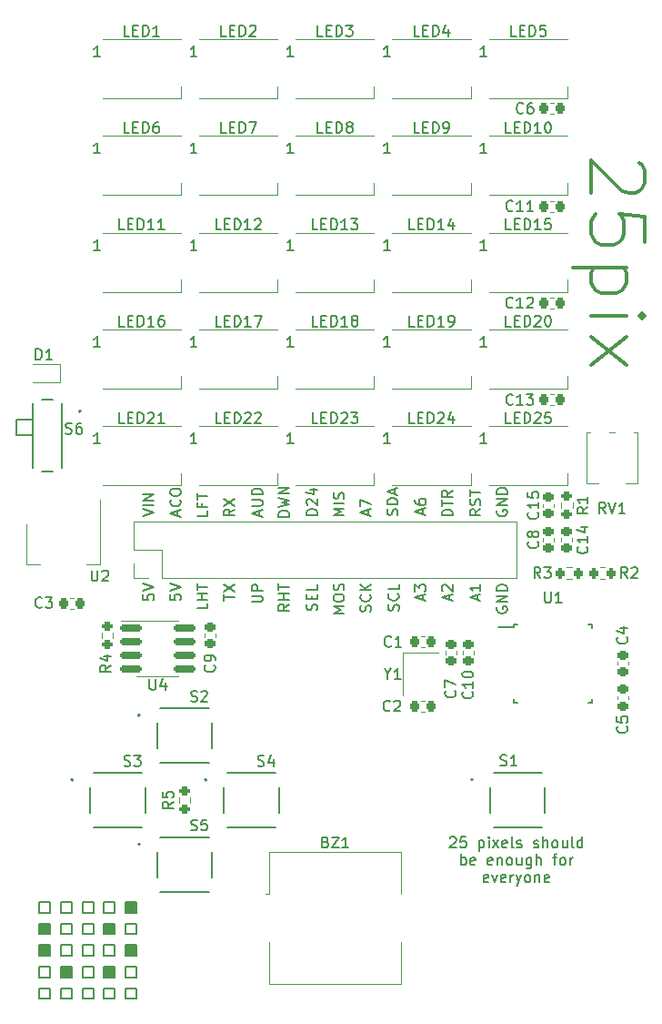
<source format=gto>
%TF.GenerationSoftware,KiCad,Pcbnew,(6.0.5-0)*%
%TF.CreationDate,2022-11-17T16:29:29+01:00*%
%TF.ProjectId,25pix,32357069-782e-46b6-9963-61645f706362,v0.1*%
%TF.SameCoordinates,Original*%
%TF.FileFunction,Legend,Top*%
%TF.FilePolarity,Positive*%
%FSLAX46Y46*%
G04 Gerber Fmt 4.6, Leading zero omitted, Abs format (unit mm)*
G04 Created by KiCad (PCBNEW (6.0.5-0)) date 2022-11-17 16:29:29*
%MOMM*%
%LPD*%
G01*
G04 APERTURE LIST*
G04 Aperture macros list*
%AMRoundRect*
0 Rectangle with rounded corners*
0 $1 Rounding radius*
0 $2 $3 $4 $5 $6 $7 $8 $9 X,Y pos of 4 corners*
0 Add a 4 corners polygon primitive as box body*
4,1,4,$2,$3,$4,$5,$6,$7,$8,$9,$2,$3,0*
0 Add four circle primitives for the rounded corners*
1,1,$1+$1,$2,$3*
1,1,$1+$1,$4,$5*
1,1,$1+$1,$6,$7*
1,1,$1+$1,$8,$9*
0 Add four rect primitives between the rounded corners*
20,1,$1+$1,$2,$3,$4,$5,0*
20,1,$1+$1,$4,$5,$6,$7,0*
20,1,$1+$1,$6,$7,$8,$9,0*
20,1,$1+$1,$8,$9,$2,$3,0*%
G04 Aperture macros list end*
%ADD10C,0.150000*%
%ADD11C,0.300000*%
%ADD12C,0.127000*%
%ADD13C,0.200000*%
%ADD14C,0.120000*%
%ADD15R,1.000000X0.750000*%
%ADD16RoundRect,0.225000X-0.250000X0.225000X-0.250000X-0.225000X0.250000X-0.225000X0.250000X0.225000X0*%
%ADD17RoundRect,0.225000X0.225000X0.250000X-0.225000X0.250000X-0.225000X-0.250000X0.225000X-0.250000X0*%
%ADD18R,1.500000X1.000000*%
%ADD19RoundRect,0.225000X0.250000X-0.225000X0.250000X0.225000X-0.250000X0.225000X-0.250000X-0.225000X0*%
%ADD20RoundRect,0.225000X-0.225000X-0.250000X0.225000X-0.250000X0.225000X0.250000X-0.225000X0.250000X0*%
%ADD21RoundRect,0.200000X-0.275000X0.200000X-0.275000X-0.200000X0.275000X-0.200000X0.275000X0.200000X0*%
%ADD22R,0.600000X0.450000*%
%ADD23RoundRect,0.200000X-0.200000X-0.275000X0.200000X-0.275000X0.200000X0.275000X-0.200000X0.275000X0*%
%ADD24R,1.200000X1.400000*%
%ADD25R,1.700000X1.700000*%
%ADD26O,1.700000X1.700000*%
%ADD27RoundRect,0.200000X0.200000X0.275000X-0.200000X0.275000X-0.200000X-0.275000X0.200000X-0.275000X0*%
%ADD28RoundRect,0.200000X0.275000X-0.200000X0.275000X0.200000X-0.275000X0.200000X-0.275000X-0.200000X0*%
%ADD29R,1.600000X0.550000*%
%ADD30R,0.550000X1.600000*%
%ADD31R,1.500000X2.000000*%
%ADD32R,3.800000X2.000000*%
%ADD33R,1.200000X4.000000*%
%ADD34C,0.900000*%
%ADD35R,1.100000X0.700000*%
%ADD36R,0.800000X1.000000*%
%ADD37RoundRect,0.150000X-0.825000X-0.150000X0.825000X-0.150000X0.825000X0.150000X-0.825000X0.150000X0*%
%ADD38R,1.300000X1.300000*%
%ADD39R,2.000000X1.300000*%
%ADD40C,2.600000*%
%ADD41R,3.000000X3.000000*%
%ADD42C,3.000000*%
G04 APERTURE END LIST*
D10*
X49500000Y-116500000D02*
X48500000Y-116500000D01*
X48500000Y-116500000D02*
X48500000Y-117500000D01*
X48500000Y-117500000D02*
X49500000Y-117500000D01*
X49500000Y-117500000D02*
X49500000Y-116500000D01*
X44500000Y-114500000D02*
X45500000Y-114500000D01*
X45500000Y-114500000D02*
X45500000Y-115500000D01*
X45500000Y-115500000D02*
X44500000Y-115500000D01*
X44500000Y-115500000D02*
X44500000Y-114500000D01*
G36*
X44500000Y-114500000D02*
G01*
X45500000Y-114500000D01*
X45500000Y-115500000D01*
X44500000Y-115500000D01*
X44500000Y-114500000D01*
G37*
X42500000Y-112500000D02*
X43500000Y-112500000D01*
X43500000Y-112500000D02*
X43500000Y-113500000D01*
X43500000Y-113500000D02*
X42500000Y-113500000D01*
X42500000Y-113500000D02*
X42500000Y-112500000D01*
G36*
X42500000Y-112500000D02*
G01*
X43500000Y-112500000D01*
X43500000Y-113500000D01*
X42500000Y-113500000D01*
X42500000Y-112500000D01*
G37*
X47500000Y-112500000D02*
X46500000Y-112500000D01*
X46500000Y-112500000D02*
X46500000Y-113500000D01*
X46500000Y-113500000D02*
X47500000Y-113500000D01*
X47500000Y-113500000D02*
X47500000Y-112500000D01*
X48500000Y-108500000D02*
X49500000Y-108500000D01*
X49500000Y-108500000D02*
X49500000Y-109500000D01*
X49500000Y-109500000D02*
X48500000Y-109500000D01*
X48500000Y-109500000D02*
X48500000Y-108500000D01*
X50500000Y-108500000D02*
X51500000Y-108500000D01*
X51500000Y-108500000D02*
X51500000Y-109500000D01*
X51500000Y-109500000D02*
X50500000Y-109500000D01*
X50500000Y-109500000D02*
X50500000Y-108500000D01*
G36*
X50500000Y-108500000D02*
G01*
X51500000Y-108500000D01*
X51500000Y-109500000D01*
X50500000Y-109500000D01*
X50500000Y-108500000D01*
G37*
X45500000Y-110500000D02*
X44500000Y-110500000D01*
X44500000Y-110500000D02*
X44500000Y-111500000D01*
X44500000Y-111500000D02*
X45500000Y-111500000D01*
X45500000Y-111500000D02*
X45500000Y-110500000D01*
X47500000Y-110500000D02*
X46500000Y-110500000D01*
X46500000Y-110500000D02*
X46500000Y-111500000D01*
X46500000Y-111500000D02*
X47500000Y-111500000D01*
X47500000Y-111500000D02*
X47500000Y-110500000D01*
X44500000Y-108500000D02*
X45500000Y-108500000D01*
X45500000Y-108500000D02*
X45500000Y-109500000D01*
X45500000Y-109500000D02*
X44500000Y-109500000D01*
X44500000Y-109500000D02*
X44500000Y-108500000D01*
X48500000Y-114500000D02*
X49500000Y-114500000D01*
X49500000Y-114500000D02*
X49500000Y-115500000D01*
X49500000Y-115500000D02*
X48500000Y-115500000D01*
X48500000Y-115500000D02*
X48500000Y-114500000D01*
G36*
X48500000Y-114500000D02*
G01*
X49500000Y-114500000D01*
X49500000Y-115500000D01*
X48500000Y-115500000D01*
X48500000Y-114500000D01*
G37*
X47500000Y-116500000D02*
X46500000Y-116500000D01*
X46500000Y-116500000D02*
X46500000Y-117500000D01*
X46500000Y-117500000D02*
X47500000Y-117500000D01*
X47500000Y-117500000D02*
X47500000Y-116500000D01*
X51500000Y-116500000D02*
X50500000Y-116500000D01*
X50500000Y-116500000D02*
X50500000Y-117500000D01*
X50500000Y-117500000D02*
X51500000Y-117500000D01*
X51500000Y-117500000D02*
X51500000Y-116500000D01*
X51500000Y-110500000D02*
X50500000Y-110500000D01*
X50500000Y-110500000D02*
X50500000Y-111500000D01*
X50500000Y-111500000D02*
X51500000Y-111500000D01*
X51500000Y-111500000D02*
X51500000Y-110500000D01*
X44500000Y-112500000D02*
X45500000Y-112500000D01*
X45500000Y-112500000D02*
X45500000Y-113500000D01*
X45500000Y-113500000D02*
X44500000Y-113500000D01*
X44500000Y-113500000D02*
X44500000Y-112500000D01*
X46500000Y-108500000D02*
X47500000Y-108500000D01*
X47500000Y-108500000D02*
X47500000Y-109500000D01*
X47500000Y-109500000D02*
X46500000Y-109500000D01*
X46500000Y-109500000D02*
X46500000Y-108500000D01*
X49500000Y-110500000D02*
X48500000Y-110500000D01*
X48500000Y-110500000D02*
X48500000Y-111500000D01*
X48500000Y-111500000D02*
X49500000Y-111500000D01*
X49500000Y-111500000D02*
X49500000Y-110500000D01*
G36*
X49500000Y-110500000D02*
G01*
X48500000Y-110500000D01*
X48500000Y-111500000D01*
X49500000Y-111500000D01*
X49500000Y-110500000D01*
G37*
X43500000Y-116500000D02*
X42500000Y-116500000D01*
X42500000Y-116500000D02*
X42500000Y-117500000D01*
X42500000Y-117500000D02*
X43500000Y-117500000D01*
X43500000Y-117500000D02*
X43500000Y-116500000D01*
X50500000Y-112500000D02*
X51500000Y-112500000D01*
X51500000Y-112500000D02*
X51500000Y-113500000D01*
X51500000Y-113500000D02*
X50500000Y-113500000D01*
X50500000Y-113500000D02*
X50500000Y-112500000D01*
G36*
X50500000Y-112500000D02*
G01*
X51500000Y-112500000D01*
X51500000Y-113500000D01*
X50500000Y-113500000D01*
X50500000Y-112500000D01*
G37*
X43500000Y-110500000D02*
X42500000Y-110500000D01*
X42500000Y-110500000D02*
X42500000Y-111500000D01*
X42500000Y-111500000D02*
X43500000Y-111500000D01*
X43500000Y-111500000D02*
X43500000Y-110500000D01*
G36*
X43500000Y-110500000D02*
G01*
X42500000Y-110500000D01*
X42500000Y-111500000D01*
X43500000Y-111500000D01*
X43500000Y-110500000D01*
G37*
X42500000Y-114500000D02*
X43500000Y-114500000D01*
X43500000Y-114500000D02*
X43500000Y-115500000D01*
X43500000Y-115500000D02*
X42500000Y-115500000D01*
X42500000Y-115500000D02*
X42500000Y-114500000D01*
X42500000Y-108500000D02*
X43500000Y-108500000D01*
X43500000Y-108500000D02*
X43500000Y-109500000D01*
X43500000Y-109500000D02*
X42500000Y-109500000D01*
X42500000Y-109500000D02*
X42500000Y-108500000D01*
X50500000Y-114500000D02*
X51500000Y-114500000D01*
X51500000Y-114500000D02*
X51500000Y-115500000D01*
X51500000Y-115500000D02*
X50500000Y-115500000D01*
X50500000Y-115500000D02*
X50500000Y-114500000D01*
X45500000Y-116500000D02*
X44500000Y-116500000D01*
X44500000Y-116500000D02*
X44500000Y-117500000D01*
X44500000Y-117500000D02*
X45500000Y-117500000D01*
X45500000Y-117500000D02*
X45500000Y-116500000D01*
X46500000Y-114500000D02*
X47500000Y-114500000D01*
X47500000Y-114500000D02*
X47500000Y-115500000D01*
X47500000Y-115500000D02*
X46500000Y-115500000D01*
X46500000Y-115500000D02*
X46500000Y-114500000D01*
X48500000Y-112500000D02*
X49500000Y-112500000D01*
X49500000Y-112500000D02*
X49500000Y-113500000D01*
X49500000Y-113500000D02*
X48500000Y-113500000D01*
X48500000Y-113500000D02*
X48500000Y-112500000D01*
X73304761Y-81485714D02*
X73352380Y-81342857D01*
X73352380Y-81104761D01*
X73304761Y-81009523D01*
X73257142Y-80961904D01*
X73161904Y-80914285D01*
X73066666Y-80914285D01*
X72971428Y-80961904D01*
X72923809Y-81009523D01*
X72876190Y-81104761D01*
X72828571Y-81295238D01*
X72780952Y-81390476D01*
X72733333Y-81438095D01*
X72638095Y-81485714D01*
X72542857Y-81485714D01*
X72447619Y-81438095D01*
X72400000Y-81390476D01*
X72352380Y-81295238D01*
X72352380Y-81057142D01*
X72400000Y-80914285D01*
X73257142Y-79914285D02*
X73304761Y-79961904D01*
X73352380Y-80104761D01*
X73352380Y-80200000D01*
X73304761Y-80342857D01*
X73209523Y-80438095D01*
X73114285Y-80485714D01*
X72923809Y-80533333D01*
X72780952Y-80533333D01*
X72590476Y-80485714D01*
X72495238Y-80438095D01*
X72400000Y-80342857D01*
X72352380Y-80200000D01*
X72352380Y-80104761D01*
X72400000Y-79961904D01*
X72447619Y-79914285D01*
X73352380Y-79485714D02*
X72352380Y-79485714D01*
X73352380Y-78914285D02*
X72780952Y-79342857D01*
X72352380Y-78914285D02*
X72923809Y-79485714D01*
X73066666Y-72514285D02*
X73066666Y-72038095D01*
X73352380Y-72609523D02*
X72352380Y-72276190D01*
X73352380Y-71942857D01*
X72352380Y-71704761D02*
X72352380Y-71038095D01*
X73352380Y-71466666D01*
X62252380Y-80585714D02*
X63061904Y-80585714D01*
X63157142Y-80538095D01*
X63204761Y-80490476D01*
X63252380Y-80395238D01*
X63252380Y-80204761D01*
X63204761Y-80109523D01*
X63157142Y-80061904D01*
X63061904Y-80014285D01*
X62252380Y-80014285D01*
X63252380Y-79538095D02*
X62252380Y-79538095D01*
X62252380Y-79157142D01*
X62300000Y-79061904D01*
X62347619Y-79014285D01*
X62442857Y-78966666D01*
X62585714Y-78966666D01*
X62680952Y-79014285D01*
X62728571Y-79061904D01*
X62776190Y-79157142D01*
X62776190Y-79538095D01*
X70852380Y-81633333D02*
X69852380Y-81633333D01*
X70566666Y-81300000D01*
X69852380Y-80966666D01*
X70852380Y-80966666D01*
X69852380Y-80300000D02*
X69852380Y-80109523D01*
X69900000Y-80014285D01*
X69995238Y-79919047D01*
X70185714Y-79871428D01*
X70519047Y-79871428D01*
X70709523Y-79919047D01*
X70804761Y-80014285D01*
X70852380Y-80109523D01*
X70852380Y-80300000D01*
X70804761Y-80395238D01*
X70709523Y-80490476D01*
X70519047Y-80538095D01*
X70185714Y-80538095D01*
X69995238Y-80490476D01*
X69900000Y-80395238D01*
X69852380Y-80300000D01*
X70804761Y-79490476D02*
X70852380Y-79347619D01*
X70852380Y-79109523D01*
X70804761Y-79014285D01*
X70757142Y-78966666D01*
X70661904Y-78919047D01*
X70566666Y-78919047D01*
X70471428Y-78966666D01*
X70423809Y-79014285D01*
X70376190Y-79109523D01*
X70328571Y-79300000D01*
X70280952Y-79395238D01*
X70233333Y-79442857D01*
X70138095Y-79490476D01*
X70042857Y-79490476D01*
X69947619Y-79442857D01*
X69900000Y-79395238D01*
X69852380Y-79300000D01*
X69852380Y-79061904D01*
X69900000Y-78919047D01*
X65752380Y-72657142D02*
X64752380Y-72657142D01*
X64752380Y-72419047D01*
X64800000Y-72276190D01*
X64895238Y-72180952D01*
X64990476Y-72133333D01*
X65180952Y-72085714D01*
X65323809Y-72085714D01*
X65514285Y-72133333D01*
X65609523Y-72180952D01*
X65704761Y-72276190D01*
X65752380Y-72419047D01*
X65752380Y-72657142D01*
X64752380Y-71752380D02*
X65752380Y-71514285D01*
X65038095Y-71323809D01*
X65752380Y-71133333D01*
X64752380Y-70895238D01*
X65752380Y-70514285D02*
X64752380Y-70514285D01*
X65752380Y-69942857D01*
X64752380Y-69942857D01*
X75804761Y-72514285D02*
X75852380Y-72371428D01*
X75852380Y-72133333D01*
X75804761Y-72038095D01*
X75757142Y-71990476D01*
X75661904Y-71942857D01*
X75566666Y-71942857D01*
X75471428Y-71990476D01*
X75423809Y-72038095D01*
X75376190Y-72133333D01*
X75328571Y-72323809D01*
X75280952Y-72419047D01*
X75233333Y-72466666D01*
X75138095Y-72514285D01*
X75042857Y-72514285D01*
X74947619Y-72466666D01*
X74900000Y-72419047D01*
X74852380Y-72323809D01*
X74852380Y-72085714D01*
X74900000Y-71942857D01*
X75852380Y-71514285D02*
X74852380Y-71514285D01*
X74852380Y-71276190D01*
X74900000Y-71133333D01*
X74995238Y-71038095D01*
X75090476Y-70990476D01*
X75280952Y-70942857D01*
X75423809Y-70942857D01*
X75614285Y-70990476D01*
X75709523Y-71038095D01*
X75804761Y-71133333D01*
X75852380Y-71276190D01*
X75852380Y-71514285D01*
X75566666Y-70561904D02*
X75566666Y-70085714D01*
X75852380Y-70657142D02*
X74852380Y-70323809D01*
X75852380Y-69990476D01*
X80709523Y-102537619D02*
X80757142Y-102490000D01*
X80852380Y-102442380D01*
X81090476Y-102442380D01*
X81185714Y-102490000D01*
X81233333Y-102537619D01*
X81280952Y-102632857D01*
X81280952Y-102728095D01*
X81233333Y-102870952D01*
X80661904Y-103442380D01*
X81280952Y-103442380D01*
X82185714Y-102442380D02*
X81709523Y-102442380D01*
X81661904Y-102918571D01*
X81709523Y-102870952D01*
X81804761Y-102823333D01*
X82042857Y-102823333D01*
X82138095Y-102870952D01*
X82185714Y-102918571D01*
X82233333Y-103013809D01*
X82233333Y-103251904D01*
X82185714Y-103347142D01*
X82138095Y-103394761D01*
X82042857Y-103442380D01*
X81804761Y-103442380D01*
X81709523Y-103394761D01*
X81661904Y-103347142D01*
X83423809Y-102775714D02*
X83423809Y-103775714D01*
X83423809Y-102823333D02*
X83519047Y-102775714D01*
X83709523Y-102775714D01*
X83804761Y-102823333D01*
X83852380Y-102870952D01*
X83900000Y-102966190D01*
X83900000Y-103251904D01*
X83852380Y-103347142D01*
X83804761Y-103394761D01*
X83709523Y-103442380D01*
X83519047Y-103442380D01*
X83423809Y-103394761D01*
X84328571Y-103442380D02*
X84328571Y-102775714D01*
X84328571Y-102442380D02*
X84280952Y-102490000D01*
X84328571Y-102537619D01*
X84376190Y-102490000D01*
X84328571Y-102442380D01*
X84328571Y-102537619D01*
X84709523Y-103442380D02*
X85233333Y-102775714D01*
X84709523Y-102775714D02*
X85233333Y-103442380D01*
X85995238Y-103394761D02*
X85899999Y-103442380D01*
X85709523Y-103442380D01*
X85614285Y-103394761D01*
X85566666Y-103299523D01*
X85566666Y-102918571D01*
X85614285Y-102823333D01*
X85709523Y-102775714D01*
X85899999Y-102775714D01*
X85995238Y-102823333D01*
X86042857Y-102918571D01*
X86042857Y-103013809D01*
X85566666Y-103109047D01*
X86614285Y-103442380D02*
X86519047Y-103394761D01*
X86471428Y-103299523D01*
X86471428Y-102442380D01*
X86947619Y-103394761D02*
X87042857Y-103442380D01*
X87233333Y-103442380D01*
X87328571Y-103394761D01*
X87376190Y-103299523D01*
X87376190Y-103251904D01*
X87328571Y-103156666D01*
X87233333Y-103109047D01*
X87090476Y-103109047D01*
X86995238Y-103061428D01*
X86947619Y-102966190D01*
X86947619Y-102918571D01*
X86995238Y-102823333D01*
X87090476Y-102775714D01*
X87233333Y-102775714D01*
X87328571Y-102823333D01*
X88519047Y-103394761D02*
X88614285Y-103442380D01*
X88804761Y-103442380D01*
X88900000Y-103394761D01*
X88947619Y-103299523D01*
X88947619Y-103251904D01*
X88900000Y-103156666D01*
X88804761Y-103109047D01*
X88661904Y-103109047D01*
X88566666Y-103061428D01*
X88519047Y-102966190D01*
X88519047Y-102918571D01*
X88566666Y-102823333D01*
X88661904Y-102775714D01*
X88804761Y-102775714D01*
X88900000Y-102823333D01*
X89376190Y-103442380D02*
X89376190Y-102442380D01*
X89804761Y-103442380D02*
X89804761Y-102918571D01*
X89757142Y-102823333D01*
X89661904Y-102775714D01*
X89519047Y-102775714D01*
X89423809Y-102823333D01*
X89376190Y-102870952D01*
X90423809Y-103442380D02*
X90328571Y-103394761D01*
X90280952Y-103347142D01*
X90233333Y-103251904D01*
X90233333Y-102966190D01*
X90280952Y-102870952D01*
X90328571Y-102823333D01*
X90423809Y-102775714D01*
X90566666Y-102775714D01*
X90661904Y-102823333D01*
X90709523Y-102870952D01*
X90757142Y-102966190D01*
X90757142Y-103251904D01*
X90709523Y-103347142D01*
X90661904Y-103394761D01*
X90566666Y-103442380D01*
X90423809Y-103442380D01*
X91614285Y-102775714D02*
X91614285Y-103442380D01*
X91185714Y-102775714D02*
X91185714Y-103299523D01*
X91233333Y-103394761D01*
X91328571Y-103442380D01*
X91471428Y-103442380D01*
X91566666Y-103394761D01*
X91614285Y-103347142D01*
X92233333Y-103442380D02*
X92138095Y-103394761D01*
X92090476Y-103299523D01*
X92090476Y-102442380D01*
X93042857Y-103442380D02*
X93042857Y-102442380D01*
X93042857Y-103394761D02*
X92947619Y-103442380D01*
X92757142Y-103442380D01*
X92661904Y-103394761D01*
X92614285Y-103347142D01*
X92566666Y-103251904D01*
X92566666Y-102966190D01*
X92614285Y-102870952D01*
X92661904Y-102823333D01*
X92757142Y-102775714D01*
X92947619Y-102775714D01*
X93042857Y-102823333D01*
X81757142Y-105052380D02*
X81757142Y-104052380D01*
X81757142Y-104433333D02*
X81852380Y-104385714D01*
X82042857Y-104385714D01*
X82138095Y-104433333D01*
X82185714Y-104480952D01*
X82233333Y-104576190D01*
X82233333Y-104861904D01*
X82185714Y-104957142D01*
X82138095Y-105004761D01*
X82042857Y-105052380D01*
X81852380Y-105052380D01*
X81757142Y-105004761D01*
X83042857Y-105004761D02*
X82947619Y-105052380D01*
X82757142Y-105052380D01*
X82661904Y-105004761D01*
X82614285Y-104909523D01*
X82614285Y-104528571D01*
X82661904Y-104433333D01*
X82757142Y-104385714D01*
X82947619Y-104385714D01*
X83042857Y-104433333D01*
X83090476Y-104528571D01*
X83090476Y-104623809D01*
X82614285Y-104719047D01*
X84661904Y-105004761D02*
X84566666Y-105052380D01*
X84376190Y-105052380D01*
X84280952Y-105004761D01*
X84233333Y-104909523D01*
X84233333Y-104528571D01*
X84280952Y-104433333D01*
X84376190Y-104385714D01*
X84566666Y-104385714D01*
X84661904Y-104433333D01*
X84709523Y-104528571D01*
X84709523Y-104623809D01*
X84233333Y-104719047D01*
X85138095Y-104385714D02*
X85138095Y-105052380D01*
X85138095Y-104480952D02*
X85185714Y-104433333D01*
X85280952Y-104385714D01*
X85423809Y-104385714D01*
X85519047Y-104433333D01*
X85566666Y-104528571D01*
X85566666Y-105052380D01*
X86185714Y-105052380D02*
X86090476Y-105004761D01*
X86042857Y-104957142D01*
X85995238Y-104861904D01*
X85995238Y-104576190D01*
X86042857Y-104480952D01*
X86090476Y-104433333D01*
X86185714Y-104385714D01*
X86328571Y-104385714D01*
X86423809Y-104433333D01*
X86471428Y-104480952D01*
X86519047Y-104576190D01*
X86519047Y-104861904D01*
X86471428Y-104957142D01*
X86423809Y-105004761D01*
X86328571Y-105052380D01*
X86185714Y-105052380D01*
X87376190Y-104385714D02*
X87376190Y-105052380D01*
X86947619Y-104385714D02*
X86947619Y-104909523D01*
X86995238Y-105004761D01*
X87090476Y-105052380D01*
X87233333Y-105052380D01*
X87328571Y-105004761D01*
X87376190Y-104957142D01*
X88280952Y-104385714D02*
X88280952Y-105195238D01*
X88233333Y-105290476D01*
X88185714Y-105338095D01*
X88090476Y-105385714D01*
X87947619Y-105385714D01*
X87852380Y-105338095D01*
X88280952Y-105004761D02*
X88185714Y-105052380D01*
X87995238Y-105052380D01*
X87900000Y-105004761D01*
X87852380Y-104957142D01*
X87804761Y-104861904D01*
X87804761Y-104576190D01*
X87852380Y-104480952D01*
X87900000Y-104433333D01*
X87995238Y-104385714D01*
X88185714Y-104385714D01*
X88280952Y-104433333D01*
X88757142Y-105052380D02*
X88757142Y-104052380D01*
X89185714Y-105052380D02*
X89185714Y-104528571D01*
X89138095Y-104433333D01*
X89042857Y-104385714D01*
X88900000Y-104385714D01*
X88804761Y-104433333D01*
X88757142Y-104480952D01*
X90280952Y-104385714D02*
X90661904Y-104385714D01*
X90423809Y-105052380D02*
X90423809Y-104195238D01*
X90471428Y-104100000D01*
X90566666Y-104052380D01*
X90661904Y-104052380D01*
X91138095Y-105052380D02*
X91042857Y-105004761D01*
X90995238Y-104957142D01*
X90947619Y-104861904D01*
X90947619Y-104576190D01*
X90995238Y-104480952D01*
X91042857Y-104433333D01*
X91138095Y-104385714D01*
X91280952Y-104385714D01*
X91376190Y-104433333D01*
X91423809Y-104480952D01*
X91471428Y-104576190D01*
X91471428Y-104861904D01*
X91423809Y-104957142D01*
X91376190Y-105004761D01*
X91280952Y-105052380D01*
X91138095Y-105052380D01*
X91900000Y-105052380D02*
X91900000Y-104385714D01*
X91900000Y-104576190D02*
X91947619Y-104480952D01*
X91995238Y-104433333D01*
X92090476Y-104385714D01*
X92185714Y-104385714D01*
X84257142Y-106614761D02*
X84161904Y-106662380D01*
X83971428Y-106662380D01*
X83876190Y-106614761D01*
X83828571Y-106519523D01*
X83828571Y-106138571D01*
X83876190Y-106043333D01*
X83971428Y-105995714D01*
X84161904Y-105995714D01*
X84257142Y-106043333D01*
X84304761Y-106138571D01*
X84304761Y-106233809D01*
X83828571Y-106329047D01*
X84638095Y-105995714D02*
X84876190Y-106662380D01*
X85114285Y-105995714D01*
X85876190Y-106614761D02*
X85780952Y-106662380D01*
X85590476Y-106662380D01*
X85495238Y-106614761D01*
X85447619Y-106519523D01*
X85447619Y-106138571D01*
X85495238Y-106043333D01*
X85590476Y-105995714D01*
X85780952Y-105995714D01*
X85876190Y-106043333D01*
X85923809Y-106138571D01*
X85923809Y-106233809D01*
X85447619Y-106329047D01*
X86352380Y-106662380D02*
X86352380Y-105995714D01*
X86352380Y-106186190D02*
X86400000Y-106090952D01*
X86447619Y-106043333D01*
X86542857Y-105995714D01*
X86638095Y-105995714D01*
X86876190Y-105995714D02*
X87114285Y-106662380D01*
X87352380Y-105995714D02*
X87114285Y-106662380D01*
X87019047Y-106900476D01*
X86971428Y-106948095D01*
X86876190Y-106995714D01*
X87876190Y-106662380D02*
X87780952Y-106614761D01*
X87733333Y-106567142D01*
X87685714Y-106471904D01*
X87685714Y-106186190D01*
X87733333Y-106090952D01*
X87780952Y-106043333D01*
X87876190Y-105995714D01*
X88019047Y-105995714D01*
X88114285Y-106043333D01*
X88161904Y-106090952D01*
X88209523Y-106186190D01*
X88209523Y-106471904D01*
X88161904Y-106567142D01*
X88114285Y-106614761D01*
X88019047Y-106662380D01*
X87876190Y-106662380D01*
X88638095Y-105995714D02*
X88638095Y-106662380D01*
X88638095Y-106090952D02*
X88685714Y-106043333D01*
X88780952Y-105995714D01*
X88923809Y-105995714D01*
X89019047Y-106043333D01*
X89066666Y-106138571D01*
X89066666Y-106662380D01*
X89923809Y-106614761D02*
X89828571Y-106662380D01*
X89638095Y-106662380D01*
X89542857Y-106614761D01*
X89495238Y-106519523D01*
X89495238Y-106138571D01*
X89542857Y-106043333D01*
X89638095Y-105995714D01*
X89828571Y-105995714D01*
X89923809Y-106043333D01*
X89971428Y-106138571D01*
X89971428Y-106233809D01*
X89495238Y-106329047D01*
X60652380Y-71966666D02*
X60176190Y-72300000D01*
X60652380Y-72538095D02*
X59652380Y-72538095D01*
X59652380Y-72157142D01*
X59700000Y-72061904D01*
X59747619Y-72014285D01*
X59842857Y-71966666D01*
X59985714Y-71966666D01*
X60080952Y-72014285D01*
X60128571Y-72061904D01*
X60176190Y-72157142D01*
X60176190Y-72538095D01*
X59652380Y-71633333D02*
X60652380Y-70966666D01*
X59652380Y-70966666D02*
X60652380Y-71633333D01*
X52152380Y-79890476D02*
X52152380Y-80366666D01*
X52628571Y-80414285D01*
X52580952Y-80366666D01*
X52533333Y-80271428D01*
X52533333Y-80033333D01*
X52580952Y-79938095D01*
X52628571Y-79890476D01*
X52723809Y-79842857D01*
X52961904Y-79842857D01*
X53057142Y-79890476D01*
X53104761Y-79938095D01*
X53152380Y-80033333D01*
X53152380Y-80271428D01*
X53104761Y-80366666D01*
X53057142Y-80414285D01*
X52152380Y-79557142D02*
X53152380Y-79223809D01*
X52152380Y-78890476D01*
D11*
X98361904Y-39714285D02*
X98600000Y-39952380D01*
X98838095Y-40428571D01*
X98838095Y-41619047D01*
X98600000Y-42095238D01*
X98361904Y-42333333D01*
X97885714Y-42571428D01*
X97409523Y-42571428D01*
X96695238Y-42333333D01*
X93838095Y-39476190D01*
X93838095Y-42571428D01*
X98838095Y-47095238D02*
X98838095Y-44714285D01*
X96457142Y-44476190D01*
X96695238Y-44714285D01*
X96933333Y-45190476D01*
X96933333Y-46380952D01*
X96695238Y-46857142D01*
X96457142Y-47095238D01*
X95980952Y-47333333D01*
X94790476Y-47333333D01*
X94314285Y-47095238D01*
X94076190Y-46857142D01*
X93838095Y-46380952D01*
X93838095Y-45190476D01*
X94076190Y-44714285D01*
X94314285Y-44476190D01*
X97171428Y-49476190D02*
X92171428Y-49476190D01*
X96933333Y-49476190D02*
X97171428Y-49952380D01*
X97171428Y-50904761D01*
X96933333Y-51380952D01*
X96695238Y-51619047D01*
X96219047Y-51857142D01*
X94790476Y-51857142D01*
X94314285Y-51619047D01*
X94076190Y-51380952D01*
X93838095Y-50904761D01*
X93838095Y-49952380D01*
X94076190Y-49476190D01*
X93838095Y-54000000D02*
X97171428Y-54000000D01*
X98838095Y-54000000D02*
X98600000Y-53761904D01*
X98361904Y-54000000D01*
X98600000Y-54238095D01*
X98838095Y-54000000D01*
X98361904Y-54000000D01*
X93838095Y-55904761D02*
X97171428Y-58523809D01*
X97171428Y-55904761D02*
X93838095Y-58523809D01*
D10*
X55366666Y-72561904D02*
X55366666Y-72085714D01*
X55652380Y-72657142D02*
X54652380Y-72323809D01*
X55652380Y-71990476D01*
X55557142Y-71085714D02*
X55604761Y-71133333D01*
X55652380Y-71276190D01*
X55652380Y-71371428D01*
X55604761Y-71514285D01*
X55509523Y-71609523D01*
X55414285Y-71657142D01*
X55223809Y-71704761D01*
X55080952Y-71704761D01*
X54890476Y-71657142D01*
X54795238Y-71609523D01*
X54700000Y-71514285D01*
X54652380Y-71371428D01*
X54652380Y-71276190D01*
X54700000Y-71133333D01*
X54747619Y-71085714D01*
X54652380Y-70466666D02*
X54652380Y-70276190D01*
X54700000Y-70180952D01*
X54795238Y-70085714D01*
X54985714Y-70038095D01*
X55319047Y-70038095D01*
X55509523Y-70085714D01*
X55604761Y-70180952D01*
X55652380Y-70276190D01*
X55652380Y-70466666D01*
X55604761Y-70561904D01*
X55509523Y-70657142D01*
X55319047Y-70704761D01*
X54985714Y-70704761D01*
X54795238Y-70657142D01*
X54700000Y-70561904D01*
X54652380Y-70466666D01*
X68304761Y-81342857D02*
X68352380Y-81200000D01*
X68352380Y-80961904D01*
X68304761Y-80866666D01*
X68257142Y-80819047D01*
X68161904Y-80771428D01*
X68066666Y-80771428D01*
X67971428Y-80819047D01*
X67923809Y-80866666D01*
X67876190Y-80961904D01*
X67828571Y-81152380D01*
X67780952Y-81247619D01*
X67733333Y-81295238D01*
X67638095Y-81342857D01*
X67542857Y-81342857D01*
X67447619Y-81295238D01*
X67400000Y-81247619D01*
X67352380Y-81152380D01*
X67352380Y-80914285D01*
X67400000Y-80771428D01*
X67828571Y-80342857D02*
X67828571Y-80009523D01*
X68352380Y-79866666D02*
X68352380Y-80342857D01*
X67352380Y-80342857D01*
X67352380Y-79866666D01*
X68352380Y-78961904D02*
X68352380Y-79438095D01*
X67352380Y-79438095D01*
X80952380Y-72542857D02*
X79952380Y-72542857D01*
X79952380Y-72304761D01*
X80000000Y-72161904D01*
X80095238Y-72066666D01*
X80190476Y-72019047D01*
X80380952Y-71971428D01*
X80523809Y-71971428D01*
X80714285Y-72019047D01*
X80809523Y-72066666D01*
X80904761Y-72161904D01*
X80952380Y-72304761D01*
X80952380Y-72542857D01*
X79952380Y-71685714D02*
X79952380Y-71114285D01*
X80952380Y-71400000D02*
X79952380Y-71400000D01*
X80952380Y-70209523D02*
X80476190Y-70542857D01*
X80952380Y-70780952D02*
X79952380Y-70780952D01*
X79952380Y-70400000D01*
X80000000Y-70304761D01*
X80047619Y-70257142D01*
X80142857Y-70209523D01*
X80285714Y-70209523D01*
X80380952Y-70257142D01*
X80428571Y-70304761D01*
X80476190Y-70400000D01*
X80476190Y-70780952D01*
X59652380Y-80461904D02*
X59652380Y-79890476D01*
X60652380Y-80176190D02*
X59652380Y-80176190D01*
X59652380Y-79652380D02*
X60652380Y-78985714D01*
X59652380Y-78985714D02*
X60652380Y-79652380D01*
X52152380Y-72595238D02*
X53152380Y-72261904D01*
X52152380Y-71928571D01*
X53152380Y-71595238D02*
X52152380Y-71595238D01*
X53152380Y-71119047D02*
X52152380Y-71119047D01*
X53152380Y-70547619D01*
X52152380Y-70547619D01*
X80666666Y-80414285D02*
X80666666Y-79938095D01*
X80952380Y-80509523D02*
X79952380Y-80176190D01*
X80952380Y-79842857D01*
X80047619Y-79557142D02*
X80000000Y-79509523D01*
X79952380Y-79414285D01*
X79952380Y-79176190D01*
X80000000Y-79080952D01*
X80047619Y-79033333D01*
X80142857Y-78985714D01*
X80238095Y-78985714D01*
X80380952Y-79033333D01*
X80952380Y-79604761D01*
X80952380Y-78985714D01*
X85100000Y-72061904D02*
X85052380Y-72157142D01*
X85052380Y-72300000D01*
X85100000Y-72442857D01*
X85195238Y-72538095D01*
X85290476Y-72585714D01*
X85480952Y-72633333D01*
X85623809Y-72633333D01*
X85814285Y-72585714D01*
X85909523Y-72538095D01*
X86004761Y-72442857D01*
X86052380Y-72300000D01*
X86052380Y-72204761D01*
X86004761Y-72061904D01*
X85957142Y-72014285D01*
X85623809Y-72014285D01*
X85623809Y-72204761D01*
X86052380Y-71585714D02*
X85052380Y-71585714D01*
X86052380Y-71014285D01*
X85052380Y-71014285D01*
X86052380Y-70538095D02*
X85052380Y-70538095D01*
X85052380Y-70300000D01*
X85100000Y-70157142D01*
X85195238Y-70061904D01*
X85290476Y-70014285D01*
X85480952Y-69966666D01*
X85623809Y-69966666D01*
X85814285Y-70014285D01*
X85909523Y-70061904D01*
X86004761Y-70157142D01*
X86052380Y-70300000D01*
X86052380Y-70538095D01*
X78166666Y-72414285D02*
X78166666Y-71938095D01*
X78452380Y-72509523D02*
X77452380Y-72176190D01*
X78452380Y-71842857D01*
X77452380Y-71080952D02*
X77452380Y-71271428D01*
X77500000Y-71366666D01*
X77547619Y-71414285D01*
X77690476Y-71509523D01*
X77880952Y-71557142D01*
X78261904Y-71557142D01*
X78357142Y-71509523D01*
X78404761Y-71461904D01*
X78452380Y-71366666D01*
X78452380Y-71176190D01*
X78404761Y-71080952D01*
X78357142Y-71033333D01*
X78261904Y-70985714D01*
X78023809Y-70985714D01*
X77928571Y-71033333D01*
X77880952Y-71080952D01*
X77833333Y-71176190D01*
X77833333Y-71366666D01*
X77880952Y-71461904D01*
X77928571Y-71509523D01*
X78023809Y-71557142D01*
X75904761Y-81390476D02*
X75952380Y-81247619D01*
X75952380Y-81009523D01*
X75904761Y-80914285D01*
X75857142Y-80866666D01*
X75761904Y-80819047D01*
X75666666Y-80819047D01*
X75571428Y-80866666D01*
X75523809Y-80914285D01*
X75476190Y-81009523D01*
X75428571Y-81200000D01*
X75380952Y-81295238D01*
X75333333Y-81342857D01*
X75238095Y-81390476D01*
X75142857Y-81390476D01*
X75047619Y-81342857D01*
X75000000Y-81295238D01*
X74952380Y-81200000D01*
X74952380Y-80961904D01*
X75000000Y-80819047D01*
X75857142Y-79819047D02*
X75904761Y-79866666D01*
X75952380Y-80009523D01*
X75952380Y-80104761D01*
X75904761Y-80247619D01*
X75809523Y-80342857D01*
X75714285Y-80390476D01*
X75523809Y-80438095D01*
X75380952Y-80438095D01*
X75190476Y-80390476D01*
X75095238Y-80342857D01*
X75000000Y-80247619D01*
X74952380Y-80104761D01*
X74952380Y-80009523D01*
X75000000Y-79866666D01*
X75047619Y-79819047D01*
X75952380Y-78914285D02*
X75952380Y-79390476D01*
X74952380Y-79390476D01*
X58152380Y-80695238D02*
X58152380Y-81171428D01*
X57152380Y-81171428D01*
X58152380Y-80361904D02*
X57152380Y-80361904D01*
X57628571Y-80361904D02*
X57628571Y-79790476D01*
X58152380Y-79790476D02*
X57152380Y-79790476D01*
X57152380Y-79457142D02*
X57152380Y-78885714D01*
X58152380Y-79171428D02*
X57152380Y-79171428D01*
X70852380Y-72547619D02*
X69852380Y-72547619D01*
X70566666Y-72214285D01*
X69852380Y-71880952D01*
X70852380Y-71880952D01*
X70852380Y-71404761D02*
X69852380Y-71404761D01*
X70804761Y-70976190D02*
X70852380Y-70833333D01*
X70852380Y-70595238D01*
X70804761Y-70500000D01*
X70757142Y-70452380D01*
X70661904Y-70404761D01*
X70566666Y-70404761D01*
X70471428Y-70452380D01*
X70423809Y-70500000D01*
X70376190Y-70595238D01*
X70328571Y-70785714D01*
X70280952Y-70880952D01*
X70233333Y-70928571D01*
X70138095Y-70976190D01*
X70042857Y-70976190D01*
X69947619Y-70928571D01*
X69900000Y-70880952D01*
X69852380Y-70785714D01*
X69852380Y-70547619D01*
X69900000Y-70404761D01*
X85100000Y-81061904D02*
X85052380Y-81157142D01*
X85052380Y-81300000D01*
X85100000Y-81442857D01*
X85195238Y-81538095D01*
X85290476Y-81585714D01*
X85480952Y-81633333D01*
X85623809Y-81633333D01*
X85814285Y-81585714D01*
X85909523Y-81538095D01*
X86004761Y-81442857D01*
X86052380Y-81300000D01*
X86052380Y-81204761D01*
X86004761Y-81061904D01*
X85957142Y-81014285D01*
X85623809Y-81014285D01*
X85623809Y-81204761D01*
X86052380Y-80585714D02*
X85052380Y-80585714D01*
X86052380Y-80014285D01*
X85052380Y-80014285D01*
X86052380Y-79538095D02*
X85052380Y-79538095D01*
X85052380Y-79300000D01*
X85100000Y-79157142D01*
X85195238Y-79061904D01*
X85290476Y-79014285D01*
X85480952Y-78966666D01*
X85623809Y-78966666D01*
X85814285Y-79014285D01*
X85909523Y-79061904D01*
X86004761Y-79157142D01*
X86052380Y-79300000D01*
X86052380Y-79538095D01*
X78166666Y-80414285D02*
X78166666Y-79938095D01*
X78452380Y-80509523D02*
X77452380Y-80176190D01*
X78452380Y-79842857D01*
X77452380Y-79604761D02*
X77452380Y-78985714D01*
X77833333Y-79319047D01*
X77833333Y-79176190D01*
X77880952Y-79080952D01*
X77928571Y-79033333D01*
X78023809Y-78985714D01*
X78261904Y-78985714D01*
X78357142Y-79033333D01*
X78404761Y-79080952D01*
X78452380Y-79176190D01*
X78452380Y-79461904D01*
X78404761Y-79557142D01*
X78357142Y-79604761D01*
X62966666Y-72561904D02*
X62966666Y-72085714D01*
X63252380Y-72657142D02*
X62252380Y-72323809D01*
X63252380Y-71990476D01*
X62252380Y-71657142D02*
X63061904Y-71657142D01*
X63157142Y-71609523D01*
X63204761Y-71561904D01*
X63252380Y-71466666D01*
X63252380Y-71276190D01*
X63204761Y-71180952D01*
X63157142Y-71133333D01*
X63061904Y-71085714D01*
X62252380Y-71085714D01*
X63252380Y-70609523D02*
X62252380Y-70609523D01*
X62252380Y-70371428D01*
X62300000Y-70228571D01*
X62395238Y-70133333D01*
X62490476Y-70085714D01*
X62680952Y-70038095D01*
X62823809Y-70038095D01*
X63014285Y-70085714D01*
X63109523Y-70133333D01*
X63204761Y-70228571D01*
X63252380Y-70371428D01*
X63252380Y-70609523D01*
X68352380Y-72514285D02*
X67352380Y-72514285D01*
X67352380Y-72276190D01*
X67400000Y-72133333D01*
X67495238Y-72038095D01*
X67590476Y-71990476D01*
X67780952Y-71942857D01*
X67923809Y-71942857D01*
X68114285Y-71990476D01*
X68209523Y-72038095D01*
X68304761Y-72133333D01*
X68352380Y-72276190D01*
X68352380Y-72514285D01*
X67447619Y-71561904D02*
X67400000Y-71514285D01*
X67352380Y-71419047D01*
X67352380Y-71180952D01*
X67400000Y-71085714D01*
X67447619Y-71038095D01*
X67542857Y-70990476D01*
X67638095Y-70990476D01*
X67780952Y-71038095D01*
X68352380Y-71609523D01*
X68352380Y-70990476D01*
X67685714Y-70133333D02*
X68352380Y-70133333D01*
X67304761Y-70371428D02*
X68019047Y-70609523D01*
X68019047Y-69990476D01*
X65752380Y-80795238D02*
X65276190Y-81128571D01*
X65752380Y-81366666D02*
X64752380Y-81366666D01*
X64752380Y-80985714D01*
X64800000Y-80890476D01*
X64847619Y-80842857D01*
X64942857Y-80795238D01*
X65085714Y-80795238D01*
X65180952Y-80842857D01*
X65228571Y-80890476D01*
X65276190Y-80985714D01*
X65276190Y-81366666D01*
X65752380Y-80366666D02*
X64752380Y-80366666D01*
X65228571Y-80366666D02*
X65228571Y-79795238D01*
X65752380Y-79795238D02*
X64752380Y-79795238D01*
X64752380Y-79461904D02*
X64752380Y-78890476D01*
X65752380Y-79176190D02*
X64752380Y-79176190D01*
X58152380Y-72100000D02*
X58152380Y-72576190D01*
X57152380Y-72576190D01*
X57628571Y-71433333D02*
X57628571Y-71766666D01*
X58152380Y-71766666D02*
X57152380Y-71766666D01*
X57152380Y-71290476D01*
X57152380Y-71052380D02*
X57152380Y-70480952D01*
X58152380Y-70766666D02*
X57152380Y-70766666D01*
X54652380Y-79890476D02*
X54652380Y-80366666D01*
X55128571Y-80414285D01*
X55080952Y-80366666D01*
X55033333Y-80271428D01*
X55033333Y-80033333D01*
X55080952Y-79938095D01*
X55128571Y-79890476D01*
X55223809Y-79842857D01*
X55461904Y-79842857D01*
X55557142Y-79890476D01*
X55604761Y-79938095D01*
X55652380Y-80033333D01*
X55652380Y-80271428D01*
X55604761Y-80366666D01*
X55557142Y-80414285D01*
X54652380Y-79557142D02*
X55652380Y-79223809D01*
X54652380Y-78890476D01*
X83552380Y-71947619D02*
X83076190Y-72280952D01*
X83552380Y-72519047D02*
X82552380Y-72519047D01*
X82552380Y-72138095D01*
X82600000Y-72042857D01*
X82647619Y-71995238D01*
X82742857Y-71947619D01*
X82885714Y-71947619D01*
X82980952Y-71995238D01*
X83028571Y-72042857D01*
X83076190Y-72138095D01*
X83076190Y-72519047D01*
X83504761Y-71566666D02*
X83552380Y-71423809D01*
X83552380Y-71185714D01*
X83504761Y-71090476D01*
X83457142Y-71042857D01*
X83361904Y-70995238D01*
X83266666Y-70995238D01*
X83171428Y-71042857D01*
X83123809Y-71090476D01*
X83076190Y-71185714D01*
X83028571Y-71376190D01*
X82980952Y-71471428D01*
X82933333Y-71519047D01*
X82838095Y-71566666D01*
X82742857Y-71566666D01*
X82647619Y-71519047D01*
X82600000Y-71471428D01*
X82552380Y-71376190D01*
X82552380Y-71138095D01*
X82600000Y-70995238D01*
X82552380Y-70709523D02*
X82552380Y-70138095D01*
X83552380Y-70423809D02*
X82552380Y-70423809D01*
X83266666Y-80414285D02*
X83266666Y-79938095D01*
X83552380Y-80509523D02*
X82552380Y-80176190D01*
X83552380Y-79842857D01*
X83552380Y-78985714D02*
X83552380Y-79557142D01*
X83552380Y-79271428D02*
X82552380Y-79271428D01*
X82695238Y-79366666D01*
X82790476Y-79461904D01*
X82838095Y-79557142D01*
X56600595Y-101804761D02*
X56743452Y-101852380D01*
X56981547Y-101852380D01*
X57076785Y-101804761D01*
X57124404Y-101757142D01*
X57172023Y-101661904D01*
X57172023Y-101566666D01*
X57124404Y-101471428D01*
X57076785Y-101423809D01*
X56981547Y-101376190D01*
X56791071Y-101328571D01*
X56695833Y-101280952D01*
X56648214Y-101233333D01*
X56600595Y-101138095D01*
X56600595Y-101042857D01*
X56648214Y-100947619D01*
X56695833Y-100900000D01*
X56791071Y-100852380D01*
X57029166Y-100852380D01*
X57172023Y-100900000D01*
X58076785Y-100852380D02*
X57600595Y-100852380D01*
X57552976Y-101328571D01*
X57600595Y-101280952D01*
X57695833Y-101233333D01*
X57933928Y-101233333D01*
X58029166Y-101280952D01*
X58076785Y-101328571D01*
X58124404Y-101423809D01*
X58124404Y-101661904D01*
X58076785Y-101757142D01*
X58029166Y-101804761D01*
X57933928Y-101852380D01*
X57695833Y-101852380D01*
X57600595Y-101804761D01*
X57552976Y-101757142D01*
X97157142Y-92166666D02*
X97204761Y-92214285D01*
X97252380Y-92357142D01*
X97252380Y-92452380D01*
X97204761Y-92595238D01*
X97109523Y-92690476D01*
X97014285Y-92738095D01*
X96823809Y-92785714D01*
X96680952Y-92785714D01*
X96490476Y-92738095D01*
X96395238Y-92690476D01*
X96300000Y-92595238D01*
X96252380Y-92452380D01*
X96252380Y-92357142D01*
X96300000Y-92214285D01*
X96347619Y-92166666D01*
X96252380Y-91261904D02*
X96252380Y-91738095D01*
X96728571Y-91785714D01*
X96680952Y-91738095D01*
X96633333Y-91642857D01*
X96633333Y-91404761D01*
X96680952Y-91309523D01*
X96728571Y-91261904D01*
X96823809Y-91214285D01*
X97061904Y-91214285D01*
X97157142Y-91261904D01*
X97204761Y-91309523D01*
X97252380Y-91404761D01*
X97252380Y-91642857D01*
X97204761Y-91738095D01*
X97157142Y-91785714D01*
X75133333Y-90657142D02*
X75085714Y-90704761D01*
X74942857Y-90752380D01*
X74847619Y-90752380D01*
X74704761Y-90704761D01*
X74609523Y-90609523D01*
X74561904Y-90514285D01*
X74514285Y-90323809D01*
X74514285Y-90180952D01*
X74561904Y-89990476D01*
X74609523Y-89895238D01*
X74704761Y-89800000D01*
X74847619Y-89752380D01*
X74942857Y-89752380D01*
X75085714Y-89800000D01*
X75133333Y-89847619D01*
X75514285Y-89847619D02*
X75561904Y-89800000D01*
X75657142Y-89752380D01*
X75895238Y-89752380D01*
X75990476Y-89800000D01*
X76038095Y-89847619D01*
X76085714Y-89942857D01*
X76085714Y-90038095D01*
X76038095Y-90180952D01*
X75466666Y-90752380D01*
X76085714Y-90752380D01*
X59880952Y-27952380D02*
X59404761Y-27952380D01*
X59404761Y-26952380D01*
X60214285Y-27428571D02*
X60547619Y-27428571D01*
X60690476Y-27952380D02*
X60214285Y-27952380D01*
X60214285Y-26952380D01*
X60690476Y-26952380D01*
X61119047Y-27952380D02*
X61119047Y-26952380D01*
X61357142Y-26952380D01*
X61500000Y-27000000D01*
X61595238Y-27095238D01*
X61642857Y-27190476D01*
X61690476Y-27380952D01*
X61690476Y-27523809D01*
X61642857Y-27714285D01*
X61595238Y-27809523D01*
X61500000Y-27904761D01*
X61357142Y-27952380D01*
X61119047Y-27952380D01*
X62071428Y-27047619D02*
X62119047Y-27000000D01*
X62214285Y-26952380D01*
X62452380Y-26952380D01*
X62547619Y-27000000D01*
X62595238Y-27047619D01*
X62642857Y-27142857D01*
X62642857Y-27238095D01*
X62595238Y-27380952D01*
X62023809Y-27952380D01*
X62642857Y-27952380D01*
X57135714Y-29852380D02*
X56564285Y-29852380D01*
X56850000Y-29852380D02*
X56850000Y-28852380D01*
X56754761Y-28995238D01*
X56659523Y-29090476D01*
X56564285Y-29138095D01*
X50404761Y-54952380D02*
X49928571Y-54952380D01*
X49928571Y-53952380D01*
X50738095Y-54428571D02*
X51071428Y-54428571D01*
X51214285Y-54952380D02*
X50738095Y-54952380D01*
X50738095Y-53952380D01*
X51214285Y-53952380D01*
X51642857Y-54952380D02*
X51642857Y-53952380D01*
X51880952Y-53952380D01*
X52023809Y-54000000D01*
X52119047Y-54095238D01*
X52166666Y-54190476D01*
X52214285Y-54380952D01*
X52214285Y-54523809D01*
X52166666Y-54714285D01*
X52119047Y-54809523D01*
X52023809Y-54904761D01*
X51880952Y-54952380D01*
X51642857Y-54952380D01*
X53166666Y-54952380D02*
X52595238Y-54952380D01*
X52880952Y-54952380D02*
X52880952Y-53952380D01*
X52785714Y-54095238D01*
X52690476Y-54190476D01*
X52595238Y-54238095D01*
X54023809Y-53952380D02*
X53833333Y-53952380D01*
X53738095Y-54000000D01*
X53690476Y-54047619D01*
X53595238Y-54190476D01*
X53547619Y-54380952D01*
X53547619Y-54761904D01*
X53595238Y-54857142D01*
X53642857Y-54904761D01*
X53738095Y-54952380D01*
X53928571Y-54952380D01*
X54023809Y-54904761D01*
X54071428Y-54857142D01*
X54119047Y-54761904D01*
X54119047Y-54523809D01*
X54071428Y-54428571D01*
X54023809Y-54380952D01*
X53928571Y-54333333D01*
X53738095Y-54333333D01*
X53642857Y-54380952D01*
X53595238Y-54428571D01*
X53547619Y-54523809D01*
X48135714Y-56852380D02*
X47564285Y-56852380D01*
X47850000Y-56852380D02*
X47850000Y-55852380D01*
X47754761Y-55995238D01*
X47659523Y-56090476D01*
X47564285Y-56138095D01*
X59404761Y-63952380D02*
X58928571Y-63952380D01*
X58928571Y-62952380D01*
X59738095Y-63428571D02*
X60071428Y-63428571D01*
X60214285Y-63952380D02*
X59738095Y-63952380D01*
X59738095Y-62952380D01*
X60214285Y-62952380D01*
X60642857Y-63952380D02*
X60642857Y-62952380D01*
X60880952Y-62952380D01*
X61023809Y-63000000D01*
X61119047Y-63095238D01*
X61166666Y-63190476D01*
X61214285Y-63380952D01*
X61214285Y-63523809D01*
X61166666Y-63714285D01*
X61119047Y-63809523D01*
X61023809Y-63904761D01*
X60880952Y-63952380D01*
X60642857Y-63952380D01*
X61595238Y-63047619D02*
X61642857Y-63000000D01*
X61738095Y-62952380D01*
X61976190Y-62952380D01*
X62071428Y-63000000D01*
X62119047Y-63047619D01*
X62166666Y-63142857D01*
X62166666Y-63238095D01*
X62119047Y-63380952D01*
X61547619Y-63952380D01*
X62166666Y-63952380D01*
X62547619Y-63047619D02*
X62595238Y-63000000D01*
X62690476Y-62952380D01*
X62928571Y-62952380D01*
X63023809Y-63000000D01*
X63071428Y-63047619D01*
X63119047Y-63142857D01*
X63119047Y-63238095D01*
X63071428Y-63380952D01*
X62500000Y-63952380D01*
X63119047Y-63952380D01*
X57135714Y-65852380D02*
X56564285Y-65852380D01*
X56850000Y-65852380D02*
X56850000Y-64852380D01*
X56754761Y-64995238D01*
X56659523Y-65090476D01*
X56564285Y-65138095D01*
X68404761Y-54952380D02*
X67928571Y-54952380D01*
X67928571Y-53952380D01*
X68738095Y-54428571D02*
X69071428Y-54428571D01*
X69214285Y-54952380D02*
X68738095Y-54952380D01*
X68738095Y-53952380D01*
X69214285Y-53952380D01*
X69642857Y-54952380D02*
X69642857Y-53952380D01*
X69880952Y-53952380D01*
X70023809Y-54000000D01*
X70119047Y-54095238D01*
X70166666Y-54190476D01*
X70214285Y-54380952D01*
X70214285Y-54523809D01*
X70166666Y-54714285D01*
X70119047Y-54809523D01*
X70023809Y-54904761D01*
X69880952Y-54952380D01*
X69642857Y-54952380D01*
X71166666Y-54952380D02*
X70595238Y-54952380D01*
X70880952Y-54952380D02*
X70880952Y-53952380D01*
X70785714Y-54095238D01*
X70690476Y-54190476D01*
X70595238Y-54238095D01*
X71738095Y-54380952D02*
X71642857Y-54333333D01*
X71595238Y-54285714D01*
X71547619Y-54190476D01*
X71547619Y-54142857D01*
X71595238Y-54047619D01*
X71642857Y-54000000D01*
X71738095Y-53952380D01*
X71928571Y-53952380D01*
X72023809Y-54000000D01*
X72071428Y-54047619D01*
X72119047Y-54142857D01*
X72119047Y-54190476D01*
X72071428Y-54285714D01*
X72023809Y-54333333D01*
X71928571Y-54380952D01*
X71738095Y-54380952D01*
X71642857Y-54428571D01*
X71595238Y-54476190D01*
X71547619Y-54571428D01*
X71547619Y-54761904D01*
X71595238Y-54857142D01*
X71642857Y-54904761D01*
X71738095Y-54952380D01*
X71928571Y-54952380D01*
X72023809Y-54904761D01*
X72071428Y-54857142D01*
X72119047Y-54761904D01*
X72119047Y-54571428D01*
X72071428Y-54476190D01*
X72023809Y-54428571D01*
X71928571Y-54380952D01*
X66135714Y-56852380D02*
X65564285Y-56852380D01*
X65850000Y-56852380D02*
X65850000Y-55852380D01*
X65754761Y-55995238D01*
X65659523Y-56090476D01*
X65564285Y-56138095D01*
X86557142Y-44157142D02*
X86509523Y-44204761D01*
X86366666Y-44252380D01*
X86271428Y-44252380D01*
X86128571Y-44204761D01*
X86033333Y-44109523D01*
X85985714Y-44014285D01*
X85938095Y-43823809D01*
X85938095Y-43680952D01*
X85985714Y-43490476D01*
X86033333Y-43395238D01*
X86128571Y-43300000D01*
X86271428Y-43252380D01*
X86366666Y-43252380D01*
X86509523Y-43300000D01*
X86557142Y-43347619D01*
X87509523Y-44252380D02*
X86938095Y-44252380D01*
X87223809Y-44252380D02*
X87223809Y-43252380D01*
X87128571Y-43395238D01*
X87033333Y-43490476D01*
X86938095Y-43538095D01*
X88461904Y-44252380D02*
X87890476Y-44252380D01*
X88176190Y-44252380D02*
X88176190Y-43252380D01*
X88080952Y-43395238D01*
X87985714Y-43490476D01*
X87890476Y-43538095D01*
X97157142Y-83866666D02*
X97204761Y-83914285D01*
X97252380Y-84057142D01*
X97252380Y-84152380D01*
X97204761Y-84295238D01*
X97109523Y-84390476D01*
X97014285Y-84438095D01*
X96823809Y-84485714D01*
X96680952Y-84485714D01*
X96490476Y-84438095D01*
X96395238Y-84390476D01*
X96300000Y-84295238D01*
X96252380Y-84152380D01*
X96252380Y-84057142D01*
X96300000Y-83914285D01*
X96347619Y-83866666D01*
X96585714Y-83009523D02*
X97252380Y-83009523D01*
X96204761Y-83247619D02*
X96919047Y-83485714D01*
X96919047Y-82866666D01*
X77404761Y-45952380D02*
X76928571Y-45952380D01*
X76928571Y-44952380D01*
X77738095Y-45428571D02*
X78071428Y-45428571D01*
X78214285Y-45952380D02*
X77738095Y-45952380D01*
X77738095Y-44952380D01*
X78214285Y-44952380D01*
X78642857Y-45952380D02*
X78642857Y-44952380D01*
X78880952Y-44952380D01*
X79023809Y-45000000D01*
X79119047Y-45095238D01*
X79166666Y-45190476D01*
X79214285Y-45380952D01*
X79214285Y-45523809D01*
X79166666Y-45714285D01*
X79119047Y-45809523D01*
X79023809Y-45904761D01*
X78880952Y-45952380D01*
X78642857Y-45952380D01*
X80166666Y-45952380D02*
X79595238Y-45952380D01*
X79880952Y-45952380D02*
X79880952Y-44952380D01*
X79785714Y-45095238D01*
X79690476Y-45190476D01*
X79595238Y-45238095D01*
X81023809Y-45285714D02*
X81023809Y-45952380D01*
X80785714Y-44904761D02*
X80547619Y-45619047D01*
X81166666Y-45619047D01*
X75135714Y-47852380D02*
X74564285Y-47852380D01*
X74850000Y-47852380D02*
X74850000Y-46852380D01*
X74754761Y-46995238D01*
X74659523Y-47090476D01*
X74564285Y-47138095D01*
X68404761Y-45952380D02*
X67928571Y-45952380D01*
X67928571Y-44952380D01*
X68738095Y-45428571D02*
X69071428Y-45428571D01*
X69214285Y-45952380D02*
X68738095Y-45952380D01*
X68738095Y-44952380D01*
X69214285Y-44952380D01*
X69642857Y-45952380D02*
X69642857Y-44952380D01*
X69880952Y-44952380D01*
X70023809Y-45000000D01*
X70119047Y-45095238D01*
X70166666Y-45190476D01*
X70214285Y-45380952D01*
X70214285Y-45523809D01*
X70166666Y-45714285D01*
X70119047Y-45809523D01*
X70023809Y-45904761D01*
X69880952Y-45952380D01*
X69642857Y-45952380D01*
X71166666Y-45952380D02*
X70595238Y-45952380D01*
X70880952Y-45952380D02*
X70880952Y-44952380D01*
X70785714Y-45095238D01*
X70690476Y-45190476D01*
X70595238Y-45238095D01*
X71500000Y-44952380D02*
X72119047Y-44952380D01*
X71785714Y-45333333D01*
X71928571Y-45333333D01*
X72023809Y-45380952D01*
X72071428Y-45428571D01*
X72119047Y-45523809D01*
X72119047Y-45761904D01*
X72071428Y-45857142D01*
X72023809Y-45904761D01*
X71928571Y-45952380D01*
X71642857Y-45952380D01*
X71547619Y-45904761D01*
X71500000Y-45857142D01*
X66135714Y-47852380D02*
X65564285Y-47852380D01*
X65850000Y-47852380D02*
X65850000Y-46852380D01*
X65754761Y-46995238D01*
X65659523Y-47090476D01*
X65564285Y-47138095D01*
X77880952Y-36952380D02*
X77404761Y-36952380D01*
X77404761Y-35952380D01*
X78214285Y-36428571D02*
X78547619Y-36428571D01*
X78690476Y-36952380D02*
X78214285Y-36952380D01*
X78214285Y-35952380D01*
X78690476Y-35952380D01*
X79119047Y-36952380D02*
X79119047Y-35952380D01*
X79357142Y-35952380D01*
X79500000Y-36000000D01*
X79595238Y-36095238D01*
X79642857Y-36190476D01*
X79690476Y-36380952D01*
X79690476Y-36523809D01*
X79642857Y-36714285D01*
X79595238Y-36809523D01*
X79500000Y-36904761D01*
X79357142Y-36952380D01*
X79119047Y-36952380D01*
X80166666Y-36952380D02*
X80357142Y-36952380D01*
X80452380Y-36904761D01*
X80500000Y-36857142D01*
X80595238Y-36714285D01*
X80642857Y-36523809D01*
X80642857Y-36142857D01*
X80595238Y-36047619D01*
X80547619Y-36000000D01*
X80452380Y-35952380D01*
X80261904Y-35952380D01*
X80166666Y-36000000D01*
X80119047Y-36047619D01*
X80071428Y-36142857D01*
X80071428Y-36380952D01*
X80119047Y-36476190D01*
X80166666Y-36523809D01*
X80261904Y-36571428D01*
X80452380Y-36571428D01*
X80547619Y-36523809D01*
X80595238Y-36476190D01*
X80642857Y-36380952D01*
X75135714Y-38852380D02*
X74564285Y-38852380D01*
X74850000Y-38852380D02*
X74850000Y-37852380D01*
X74754761Y-37995238D01*
X74659523Y-38090476D01*
X74564285Y-38138095D01*
X86404761Y-45952380D02*
X85928571Y-45952380D01*
X85928571Y-44952380D01*
X86738095Y-45428571D02*
X87071428Y-45428571D01*
X87214285Y-45952380D02*
X86738095Y-45952380D01*
X86738095Y-44952380D01*
X87214285Y-44952380D01*
X87642857Y-45952380D02*
X87642857Y-44952380D01*
X87880952Y-44952380D01*
X88023809Y-45000000D01*
X88119047Y-45095238D01*
X88166666Y-45190476D01*
X88214285Y-45380952D01*
X88214285Y-45523809D01*
X88166666Y-45714285D01*
X88119047Y-45809523D01*
X88023809Y-45904761D01*
X87880952Y-45952380D01*
X87642857Y-45952380D01*
X89166666Y-45952380D02*
X88595238Y-45952380D01*
X88880952Y-45952380D02*
X88880952Y-44952380D01*
X88785714Y-45095238D01*
X88690476Y-45190476D01*
X88595238Y-45238095D01*
X90071428Y-44952380D02*
X89595238Y-44952380D01*
X89547619Y-45428571D01*
X89595238Y-45380952D01*
X89690476Y-45333333D01*
X89928571Y-45333333D01*
X90023809Y-45380952D01*
X90071428Y-45428571D01*
X90119047Y-45523809D01*
X90119047Y-45761904D01*
X90071428Y-45857142D01*
X90023809Y-45904761D01*
X89928571Y-45952380D01*
X89690476Y-45952380D01*
X89595238Y-45904761D01*
X89547619Y-45857142D01*
X84135714Y-47852380D02*
X83564285Y-47852380D01*
X83850000Y-47852380D02*
X83850000Y-46852380D01*
X83754761Y-46995238D01*
X83659523Y-47090476D01*
X83564285Y-47138095D01*
X75233333Y-84657142D02*
X75185714Y-84704761D01*
X75042857Y-84752380D01*
X74947619Y-84752380D01*
X74804761Y-84704761D01*
X74709523Y-84609523D01*
X74661904Y-84514285D01*
X74614285Y-84323809D01*
X74614285Y-84180952D01*
X74661904Y-83990476D01*
X74709523Y-83895238D01*
X74804761Y-83800000D01*
X74947619Y-83752380D01*
X75042857Y-83752380D01*
X75185714Y-83800000D01*
X75233333Y-83847619D01*
X76185714Y-84752380D02*
X75614285Y-84752380D01*
X75900000Y-84752380D02*
X75900000Y-83752380D01*
X75804761Y-83895238D01*
X75709523Y-83990476D01*
X75614285Y-84038095D01*
X54952380Y-99166666D02*
X54476190Y-99500000D01*
X54952380Y-99738095D02*
X53952380Y-99738095D01*
X53952380Y-99357142D01*
X54000000Y-99261904D01*
X54047619Y-99214285D01*
X54142857Y-99166666D01*
X54285714Y-99166666D01*
X54380952Y-99214285D01*
X54428571Y-99261904D01*
X54476190Y-99357142D01*
X54476190Y-99738095D01*
X53952380Y-98261904D02*
X53952380Y-98738095D01*
X54428571Y-98785714D01*
X54380952Y-98738095D01*
X54333333Y-98642857D01*
X54333333Y-98404761D01*
X54380952Y-98309523D01*
X54428571Y-98261904D01*
X54523809Y-98214285D01*
X54761904Y-98214285D01*
X54857142Y-98261904D01*
X54904761Y-98309523D01*
X54952380Y-98404761D01*
X54952380Y-98642857D01*
X54904761Y-98738095D01*
X54857142Y-98785714D01*
X58757142Y-86466666D02*
X58804761Y-86514285D01*
X58852380Y-86657142D01*
X58852380Y-86752380D01*
X58804761Y-86895238D01*
X58709523Y-86990476D01*
X58614285Y-87038095D01*
X58423809Y-87085714D01*
X58280952Y-87085714D01*
X58090476Y-87038095D01*
X57995238Y-86990476D01*
X57900000Y-86895238D01*
X57852380Y-86752380D01*
X57852380Y-86657142D01*
X57900000Y-86514285D01*
X57947619Y-86466666D01*
X58852380Y-85990476D02*
X58852380Y-85800000D01*
X58804761Y-85704761D01*
X58757142Y-85657142D01*
X58614285Y-85561904D01*
X58423809Y-85514285D01*
X58042857Y-85514285D01*
X57947619Y-85561904D01*
X57900000Y-85609523D01*
X57852380Y-85704761D01*
X57852380Y-85895238D01*
X57900000Y-85990476D01*
X57947619Y-86038095D01*
X58042857Y-86085714D01*
X58280952Y-86085714D01*
X58376190Y-86038095D01*
X58423809Y-85990476D01*
X58471428Y-85895238D01*
X58471428Y-85704761D01*
X58423809Y-85609523D01*
X58376190Y-85561904D01*
X58280952Y-85514285D01*
X88857142Y-74966666D02*
X88904761Y-75014285D01*
X88952380Y-75157142D01*
X88952380Y-75252380D01*
X88904761Y-75395238D01*
X88809523Y-75490476D01*
X88714285Y-75538095D01*
X88523809Y-75585714D01*
X88380952Y-75585714D01*
X88190476Y-75538095D01*
X88095238Y-75490476D01*
X88000000Y-75395238D01*
X87952380Y-75252380D01*
X87952380Y-75157142D01*
X88000000Y-75014285D01*
X88047619Y-74966666D01*
X88380952Y-74395238D02*
X88333333Y-74490476D01*
X88285714Y-74538095D01*
X88190476Y-74585714D01*
X88142857Y-74585714D01*
X88047619Y-74538095D01*
X88000000Y-74490476D01*
X87952380Y-74395238D01*
X87952380Y-74204761D01*
X88000000Y-74109523D01*
X88047619Y-74061904D01*
X88142857Y-74014285D01*
X88190476Y-74014285D01*
X88285714Y-74061904D01*
X88333333Y-74109523D01*
X88380952Y-74204761D01*
X88380952Y-74395238D01*
X88428571Y-74490476D01*
X88476190Y-74538095D01*
X88571428Y-74585714D01*
X88761904Y-74585714D01*
X88857142Y-74538095D01*
X88904761Y-74490476D01*
X88952380Y-74395238D01*
X88952380Y-74204761D01*
X88904761Y-74109523D01*
X88857142Y-74061904D01*
X88761904Y-74014285D01*
X88571428Y-74014285D01*
X88476190Y-74061904D01*
X88428571Y-74109523D01*
X88380952Y-74204761D01*
X87533333Y-35057142D02*
X87485714Y-35104761D01*
X87342857Y-35152380D01*
X87247619Y-35152380D01*
X87104761Y-35104761D01*
X87009523Y-35009523D01*
X86961904Y-34914285D01*
X86914285Y-34723809D01*
X86914285Y-34580952D01*
X86961904Y-34390476D01*
X87009523Y-34295238D01*
X87104761Y-34200000D01*
X87247619Y-34152380D01*
X87342857Y-34152380D01*
X87485714Y-34200000D01*
X87533333Y-34247619D01*
X88390476Y-34152380D02*
X88200000Y-34152380D01*
X88104761Y-34200000D01*
X88057142Y-34247619D01*
X87961904Y-34390476D01*
X87914285Y-34580952D01*
X87914285Y-34961904D01*
X87961904Y-35057142D01*
X88009523Y-35104761D01*
X88104761Y-35152380D01*
X88295238Y-35152380D01*
X88390476Y-35104761D01*
X88438095Y-35057142D01*
X88485714Y-34961904D01*
X88485714Y-34723809D01*
X88438095Y-34628571D01*
X88390476Y-34580952D01*
X88295238Y-34533333D01*
X88104761Y-34533333D01*
X88009523Y-34580952D01*
X87961904Y-34628571D01*
X87914285Y-34723809D01*
X50880952Y-27952380D02*
X50404761Y-27952380D01*
X50404761Y-26952380D01*
X51214285Y-27428571D02*
X51547619Y-27428571D01*
X51690476Y-27952380D02*
X51214285Y-27952380D01*
X51214285Y-26952380D01*
X51690476Y-26952380D01*
X52119047Y-27952380D02*
X52119047Y-26952380D01*
X52357142Y-26952380D01*
X52500000Y-27000000D01*
X52595238Y-27095238D01*
X52642857Y-27190476D01*
X52690476Y-27380952D01*
X52690476Y-27523809D01*
X52642857Y-27714285D01*
X52595238Y-27809523D01*
X52500000Y-27904761D01*
X52357142Y-27952380D01*
X52119047Y-27952380D01*
X53642857Y-27952380D02*
X53071428Y-27952380D01*
X53357142Y-27952380D02*
X53357142Y-26952380D01*
X53261904Y-27095238D01*
X53166666Y-27190476D01*
X53071428Y-27238095D01*
X48135714Y-29852380D02*
X47564285Y-29852380D01*
X47850000Y-29852380D02*
X47850000Y-28852380D01*
X47754761Y-28995238D01*
X47659523Y-29090476D01*
X47564285Y-29138095D01*
X56600595Y-89804761D02*
X56743452Y-89852380D01*
X56981547Y-89852380D01*
X57076785Y-89804761D01*
X57124404Y-89757142D01*
X57172023Y-89661904D01*
X57172023Y-89566666D01*
X57124404Y-89471428D01*
X57076785Y-89423809D01*
X56981547Y-89376190D01*
X56791071Y-89328571D01*
X56695833Y-89280952D01*
X56648214Y-89233333D01*
X56600595Y-89138095D01*
X56600595Y-89042857D01*
X56648214Y-88947619D01*
X56695833Y-88900000D01*
X56791071Y-88852380D01*
X57029166Y-88852380D01*
X57172023Y-88900000D01*
X57552976Y-88947619D02*
X57600595Y-88900000D01*
X57695833Y-88852380D01*
X57933928Y-88852380D01*
X58029166Y-88900000D01*
X58076785Y-88947619D01*
X58124404Y-89042857D01*
X58124404Y-89138095D01*
X58076785Y-89280952D01*
X57505357Y-89852380D01*
X58124404Y-89852380D01*
X59880952Y-36952380D02*
X59404761Y-36952380D01*
X59404761Y-35952380D01*
X60214285Y-36428571D02*
X60547619Y-36428571D01*
X60690476Y-36952380D02*
X60214285Y-36952380D01*
X60214285Y-35952380D01*
X60690476Y-35952380D01*
X61119047Y-36952380D02*
X61119047Y-35952380D01*
X61357142Y-35952380D01*
X61500000Y-36000000D01*
X61595238Y-36095238D01*
X61642857Y-36190476D01*
X61690476Y-36380952D01*
X61690476Y-36523809D01*
X61642857Y-36714285D01*
X61595238Y-36809523D01*
X61500000Y-36904761D01*
X61357142Y-36952380D01*
X61119047Y-36952380D01*
X62023809Y-35952380D02*
X62690476Y-35952380D01*
X62261904Y-36952380D01*
X57135714Y-38852380D02*
X56564285Y-38852380D01*
X56850000Y-38852380D02*
X56850000Y-37852380D01*
X56754761Y-37995238D01*
X56659523Y-38090476D01*
X56564285Y-38138095D01*
X42161904Y-58052380D02*
X42161904Y-57052380D01*
X42400000Y-57052380D01*
X42542857Y-57100000D01*
X42638095Y-57195238D01*
X42685714Y-57290476D01*
X42733333Y-57480952D01*
X42733333Y-57623809D01*
X42685714Y-57814285D01*
X42638095Y-57909523D01*
X42542857Y-58004761D01*
X42400000Y-58052380D01*
X42161904Y-58052380D01*
X43685714Y-58052380D02*
X43114285Y-58052380D01*
X43400000Y-58052380D02*
X43400000Y-57052380D01*
X43304761Y-57195238D01*
X43209523Y-57290476D01*
X43114285Y-57338095D01*
X89133333Y-78352380D02*
X88800000Y-77876190D01*
X88561904Y-78352380D02*
X88561904Y-77352380D01*
X88942857Y-77352380D01*
X89038095Y-77400000D01*
X89085714Y-77447619D01*
X89133333Y-77542857D01*
X89133333Y-77685714D01*
X89085714Y-77780952D01*
X89038095Y-77828571D01*
X88942857Y-77876190D01*
X88561904Y-77876190D01*
X89466666Y-77352380D02*
X90085714Y-77352380D01*
X89752380Y-77733333D01*
X89895238Y-77733333D01*
X89990476Y-77780952D01*
X90038095Y-77828571D01*
X90085714Y-77923809D01*
X90085714Y-78161904D01*
X90038095Y-78257142D01*
X89990476Y-78304761D01*
X89895238Y-78352380D01*
X89609523Y-78352380D01*
X89514285Y-78304761D01*
X89466666Y-78257142D01*
X59404761Y-54952380D02*
X58928571Y-54952380D01*
X58928571Y-53952380D01*
X59738095Y-54428571D02*
X60071428Y-54428571D01*
X60214285Y-54952380D02*
X59738095Y-54952380D01*
X59738095Y-53952380D01*
X60214285Y-53952380D01*
X60642857Y-54952380D02*
X60642857Y-53952380D01*
X60880952Y-53952380D01*
X61023809Y-54000000D01*
X61119047Y-54095238D01*
X61166666Y-54190476D01*
X61214285Y-54380952D01*
X61214285Y-54523809D01*
X61166666Y-54714285D01*
X61119047Y-54809523D01*
X61023809Y-54904761D01*
X60880952Y-54952380D01*
X60642857Y-54952380D01*
X62166666Y-54952380D02*
X61595238Y-54952380D01*
X61880952Y-54952380D02*
X61880952Y-53952380D01*
X61785714Y-54095238D01*
X61690476Y-54190476D01*
X61595238Y-54238095D01*
X62500000Y-53952380D02*
X63166666Y-53952380D01*
X62738095Y-54952380D01*
X57135714Y-56852380D02*
X56564285Y-56852380D01*
X56850000Y-56852380D02*
X56850000Y-55852380D01*
X56754761Y-55995238D01*
X56659523Y-56090476D01*
X56564285Y-56138095D01*
X50880952Y-36952380D02*
X50404761Y-36952380D01*
X50404761Y-35952380D01*
X51214285Y-36428571D02*
X51547619Y-36428571D01*
X51690476Y-36952380D02*
X51214285Y-36952380D01*
X51214285Y-35952380D01*
X51690476Y-35952380D01*
X52119047Y-36952380D02*
X52119047Y-35952380D01*
X52357142Y-35952380D01*
X52500000Y-36000000D01*
X52595238Y-36095238D01*
X52642857Y-36190476D01*
X52690476Y-36380952D01*
X52690476Y-36523809D01*
X52642857Y-36714285D01*
X52595238Y-36809523D01*
X52500000Y-36904761D01*
X52357142Y-36952380D01*
X52119047Y-36952380D01*
X53547619Y-35952380D02*
X53357142Y-35952380D01*
X53261904Y-36000000D01*
X53214285Y-36047619D01*
X53119047Y-36190476D01*
X53071428Y-36380952D01*
X53071428Y-36761904D01*
X53119047Y-36857142D01*
X53166666Y-36904761D01*
X53261904Y-36952380D01*
X53452380Y-36952380D01*
X53547619Y-36904761D01*
X53595238Y-36857142D01*
X53642857Y-36761904D01*
X53642857Y-36523809D01*
X53595238Y-36428571D01*
X53547619Y-36380952D01*
X53452380Y-36333333D01*
X53261904Y-36333333D01*
X53166666Y-36380952D01*
X53119047Y-36428571D01*
X53071428Y-36523809D01*
X48135714Y-38852380D02*
X47564285Y-38852380D01*
X47850000Y-38852380D02*
X47850000Y-37852380D01*
X47754761Y-37995238D01*
X47659523Y-38090476D01*
X47564285Y-38138095D01*
X77880952Y-27952380D02*
X77404761Y-27952380D01*
X77404761Y-26952380D01*
X78214285Y-27428571D02*
X78547619Y-27428571D01*
X78690476Y-27952380D02*
X78214285Y-27952380D01*
X78214285Y-26952380D01*
X78690476Y-26952380D01*
X79119047Y-27952380D02*
X79119047Y-26952380D01*
X79357142Y-26952380D01*
X79500000Y-27000000D01*
X79595238Y-27095238D01*
X79642857Y-27190476D01*
X79690476Y-27380952D01*
X79690476Y-27523809D01*
X79642857Y-27714285D01*
X79595238Y-27809523D01*
X79500000Y-27904761D01*
X79357142Y-27952380D01*
X79119047Y-27952380D01*
X80547619Y-27285714D02*
X80547619Y-27952380D01*
X80309523Y-26904761D02*
X80071428Y-27619047D01*
X80690476Y-27619047D01*
X75135714Y-29852380D02*
X74564285Y-29852380D01*
X74850000Y-29852380D02*
X74850000Y-28852380D01*
X74754761Y-28995238D01*
X74659523Y-29090476D01*
X74564285Y-29138095D01*
X74923809Y-87276190D02*
X74923809Y-87752380D01*
X74590476Y-86752380D02*
X74923809Y-87276190D01*
X75257142Y-86752380D01*
X76114285Y-87752380D02*
X75542857Y-87752380D01*
X75828571Y-87752380D02*
X75828571Y-86752380D01*
X75733333Y-86895238D01*
X75638095Y-86990476D01*
X75542857Y-87038095D01*
X93457142Y-75442857D02*
X93504761Y-75490476D01*
X93552380Y-75633333D01*
X93552380Y-75728571D01*
X93504761Y-75871428D01*
X93409523Y-75966666D01*
X93314285Y-76014285D01*
X93123809Y-76061904D01*
X92980952Y-76061904D01*
X92790476Y-76014285D01*
X92695238Y-75966666D01*
X92600000Y-75871428D01*
X92552380Y-75728571D01*
X92552380Y-75633333D01*
X92600000Y-75490476D01*
X92647619Y-75442857D01*
X93552380Y-74490476D02*
X93552380Y-75061904D01*
X93552380Y-74776190D02*
X92552380Y-74776190D01*
X92695238Y-74871428D01*
X92790476Y-74966666D01*
X92838095Y-75061904D01*
X92885714Y-73633333D02*
X93552380Y-73633333D01*
X92504761Y-73871428D02*
X93219047Y-74109523D01*
X93219047Y-73490476D01*
X50380595Y-95804761D02*
X50523452Y-95852380D01*
X50761547Y-95852380D01*
X50856785Y-95804761D01*
X50904404Y-95757142D01*
X50952023Y-95661904D01*
X50952023Y-95566666D01*
X50904404Y-95471428D01*
X50856785Y-95423809D01*
X50761547Y-95376190D01*
X50571071Y-95328571D01*
X50475833Y-95280952D01*
X50428214Y-95233333D01*
X50380595Y-95138095D01*
X50380595Y-95042857D01*
X50428214Y-94947619D01*
X50475833Y-94900000D01*
X50571071Y-94852380D01*
X50809166Y-94852380D01*
X50952023Y-94900000D01*
X51285357Y-94852380D02*
X51904404Y-94852380D01*
X51571071Y-95233333D01*
X51713928Y-95233333D01*
X51809166Y-95280952D01*
X51856785Y-95328571D01*
X51904404Y-95423809D01*
X51904404Y-95661904D01*
X51856785Y-95757142D01*
X51809166Y-95804761D01*
X51713928Y-95852380D01*
X51428214Y-95852380D01*
X51332976Y-95804761D01*
X51285357Y-95757142D01*
X42733333Y-81057142D02*
X42685714Y-81104761D01*
X42542857Y-81152380D01*
X42447619Y-81152380D01*
X42304761Y-81104761D01*
X42209523Y-81009523D01*
X42161904Y-80914285D01*
X42114285Y-80723809D01*
X42114285Y-80580952D01*
X42161904Y-80390476D01*
X42209523Y-80295238D01*
X42304761Y-80200000D01*
X42447619Y-80152380D01*
X42542857Y-80152380D01*
X42685714Y-80200000D01*
X42733333Y-80247619D01*
X43066666Y-80152380D02*
X43685714Y-80152380D01*
X43352380Y-80533333D01*
X43495238Y-80533333D01*
X43590476Y-80580952D01*
X43638095Y-80628571D01*
X43685714Y-80723809D01*
X43685714Y-80961904D01*
X43638095Y-81057142D01*
X43590476Y-81104761D01*
X43495238Y-81152380D01*
X43209523Y-81152380D01*
X43114285Y-81104761D01*
X43066666Y-81057142D01*
X68880952Y-27952380D02*
X68404761Y-27952380D01*
X68404761Y-26952380D01*
X69214285Y-27428571D02*
X69547619Y-27428571D01*
X69690476Y-27952380D02*
X69214285Y-27952380D01*
X69214285Y-26952380D01*
X69690476Y-26952380D01*
X70119047Y-27952380D02*
X70119047Y-26952380D01*
X70357142Y-26952380D01*
X70500000Y-27000000D01*
X70595238Y-27095238D01*
X70642857Y-27190476D01*
X70690476Y-27380952D01*
X70690476Y-27523809D01*
X70642857Y-27714285D01*
X70595238Y-27809523D01*
X70500000Y-27904761D01*
X70357142Y-27952380D01*
X70119047Y-27952380D01*
X71023809Y-26952380D02*
X71642857Y-26952380D01*
X71309523Y-27333333D01*
X71452380Y-27333333D01*
X71547619Y-27380952D01*
X71595238Y-27428571D01*
X71642857Y-27523809D01*
X71642857Y-27761904D01*
X71595238Y-27857142D01*
X71547619Y-27904761D01*
X71452380Y-27952380D01*
X71166666Y-27952380D01*
X71071428Y-27904761D01*
X71023809Y-27857142D01*
X66135714Y-29852380D02*
X65564285Y-29852380D01*
X65850000Y-29852380D02*
X65850000Y-28852380D01*
X65754761Y-28995238D01*
X65659523Y-29090476D01*
X65564285Y-29138095D01*
X86557142Y-62157142D02*
X86509523Y-62204761D01*
X86366666Y-62252380D01*
X86271428Y-62252380D01*
X86128571Y-62204761D01*
X86033333Y-62109523D01*
X85985714Y-62014285D01*
X85938095Y-61823809D01*
X85938095Y-61680952D01*
X85985714Y-61490476D01*
X86033333Y-61395238D01*
X86128571Y-61300000D01*
X86271428Y-61252380D01*
X86366666Y-61252380D01*
X86509523Y-61300000D01*
X86557142Y-61347619D01*
X87509523Y-62252380D02*
X86938095Y-62252380D01*
X87223809Y-62252380D02*
X87223809Y-61252380D01*
X87128571Y-61395238D01*
X87033333Y-61490476D01*
X86938095Y-61538095D01*
X87842857Y-61252380D02*
X88461904Y-61252380D01*
X88128571Y-61633333D01*
X88271428Y-61633333D01*
X88366666Y-61680952D01*
X88414285Y-61728571D01*
X88461904Y-61823809D01*
X88461904Y-62061904D01*
X88414285Y-62157142D01*
X88366666Y-62204761D01*
X88271428Y-62252380D01*
X87985714Y-62252380D01*
X87890476Y-62204761D01*
X87842857Y-62157142D01*
X77404761Y-54952380D02*
X76928571Y-54952380D01*
X76928571Y-53952380D01*
X77738095Y-54428571D02*
X78071428Y-54428571D01*
X78214285Y-54952380D02*
X77738095Y-54952380D01*
X77738095Y-53952380D01*
X78214285Y-53952380D01*
X78642857Y-54952380D02*
X78642857Y-53952380D01*
X78880952Y-53952380D01*
X79023809Y-54000000D01*
X79119047Y-54095238D01*
X79166666Y-54190476D01*
X79214285Y-54380952D01*
X79214285Y-54523809D01*
X79166666Y-54714285D01*
X79119047Y-54809523D01*
X79023809Y-54904761D01*
X78880952Y-54952380D01*
X78642857Y-54952380D01*
X80166666Y-54952380D02*
X79595238Y-54952380D01*
X79880952Y-54952380D02*
X79880952Y-53952380D01*
X79785714Y-54095238D01*
X79690476Y-54190476D01*
X79595238Y-54238095D01*
X80642857Y-54952380D02*
X80833333Y-54952380D01*
X80928571Y-54904761D01*
X80976190Y-54857142D01*
X81071428Y-54714285D01*
X81119047Y-54523809D01*
X81119047Y-54142857D01*
X81071428Y-54047619D01*
X81023809Y-54000000D01*
X80928571Y-53952380D01*
X80738095Y-53952380D01*
X80642857Y-54000000D01*
X80595238Y-54047619D01*
X80547619Y-54142857D01*
X80547619Y-54380952D01*
X80595238Y-54476190D01*
X80642857Y-54523809D01*
X80738095Y-54571428D01*
X80928571Y-54571428D01*
X81023809Y-54523809D01*
X81071428Y-54476190D01*
X81119047Y-54380952D01*
X75135714Y-56852380D02*
X74564285Y-56852380D01*
X74850000Y-56852380D02*
X74850000Y-55852380D01*
X74754761Y-55995238D01*
X74659523Y-56090476D01*
X74564285Y-56138095D01*
X59404761Y-45952380D02*
X58928571Y-45952380D01*
X58928571Y-44952380D01*
X59738095Y-45428571D02*
X60071428Y-45428571D01*
X60214285Y-45952380D02*
X59738095Y-45952380D01*
X59738095Y-44952380D01*
X60214285Y-44952380D01*
X60642857Y-45952380D02*
X60642857Y-44952380D01*
X60880952Y-44952380D01*
X61023809Y-45000000D01*
X61119047Y-45095238D01*
X61166666Y-45190476D01*
X61214285Y-45380952D01*
X61214285Y-45523809D01*
X61166666Y-45714285D01*
X61119047Y-45809523D01*
X61023809Y-45904761D01*
X60880952Y-45952380D01*
X60642857Y-45952380D01*
X62166666Y-45952380D02*
X61595238Y-45952380D01*
X61880952Y-45952380D02*
X61880952Y-44952380D01*
X61785714Y-45095238D01*
X61690476Y-45190476D01*
X61595238Y-45238095D01*
X62547619Y-45047619D02*
X62595238Y-45000000D01*
X62690476Y-44952380D01*
X62928571Y-44952380D01*
X63023809Y-45000000D01*
X63071428Y-45047619D01*
X63119047Y-45142857D01*
X63119047Y-45238095D01*
X63071428Y-45380952D01*
X62500000Y-45952380D01*
X63119047Y-45952380D01*
X57135714Y-47852380D02*
X56564285Y-47852380D01*
X56850000Y-47852380D02*
X56850000Y-46852380D01*
X56754761Y-46995238D01*
X56659523Y-47090476D01*
X56564285Y-47138095D01*
X88857142Y-72242857D02*
X88904761Y-72290476D01*
X88952380Y-72433333D01*
X88952380Y-72528571D01*
X88904761Y-72671428D01*
X88809523Y-72766666D01*
X88714285Y-72814285D01*
X88523809Y-72861904D01*
X88380952Y-72861904D01*
X88190476Y-72814285D01*
X88095238Y-72766666D01*
X88000000Y-72671428D01*
X87952380Y-72528571D01*
X87952380Y-72433333D01*
X88000000Y-72290476D01*
X88047619Y-72242857D01*
X88952380Y-71290476D02*
X88952380Y-71861904D01*
X88952380Y-71576190D02*
X87952380Y-71576190D01*
X88095238Y-71671428D01*
X88190476Y-71766666D01*
X88238095Y-71861904D01*
X87952380Y-70385714D02*
X87952380Y-70861904D01*
X88428571Y-70909523D01*
X88380952Y-70861904D01*
X88333333Y-70766666D01*
X88333333Y-70528571D01*
X88380952Y-70433333D01*
X88428571Y-70385714D01*
X88523809Y-70338095D01*
X88761904Y-70338095D01*
X88857142Y-70385714D01*
X88904761Y-70433333D01*
X88952380Y-70528571D01*
X88952380Y-70766666D01*
X88904761Y-70861904D01*
X88857142Y-70909523D01*
X68880952Y-36952380D02*
X68404761Y-36952380D01*
X68404761Y-35952380D01*
X69214285Y-36428571D02*
X69547619Y-36428571D01*
X69690476Y-36952380D02*
X69214285Y-36952380D01*
X69214285Y-35952380D01*
X69690476Y-35952380D01*
X70119047Y-36952380D02*
X70119047Y-35952380D01*
X70357142Y-35952380D01*
X70500000Y-36000000D01*
X70595238Y-36095238D01*
X70642857Y-36190476D01*
X70690476Y-36380952D01*
X70690476Y-36523809D01*
X70642857Y-36714285D01*
X70595238Y-36809523D01*
X70500000Y-36904761D01*
X70357142Y-36952380D01*
X70119047Y-36952380D01*
X71261904Y-36380952D02*
X71166666Y-36333333D01*
X71119047Y-36285714D01*
X71071428Y-36190476D01*
X71071428Y-36142857D01*
X71119047Y-36047619D01*
X71166666Y-36000000D01*
X71261904Y-35952380D01*
X71452380Y-35952380D01*
X71547619Y-36000000D01*
X71595238Y-36047619D01*
X71642857Y-36142857D01*
X71642857Y-36190476D01*
X71595238Y-36285714D01*
X71547619Y-36333333D01*
X71452380Y-36380952D01*
X71261904Y-36380952D01*
X71166666Y-36428571D01*
X71119047Y-36476190D01*
X71071428Y-36571428D01*
X71071428Y-36761904D01*
X71119047Y-36857142D01*
X71166666Y-36904761D01*
X71261904Y-36952380D01*
X71452380Y-36952380D01*
X71547619Y-36904761D01*
X71595238Y-36857142D01*
X71642857Y-36761904D01*
X71642857Y-36571428D01*
X71595238Y-36476190D01*
X71547619Y-36428571D01*
X71452380Y-36380952D01*
X66135714Y-38852380D02*
X65564285Y-38852380D01*
X65850000Y-38852380D02*
X65850000Y-37852380D01*
X65754761Y-37995238D01*
X65659523Y-38090476D01*
X65564285Y-38138095D01*
X68404761Y-63952380D02*
X67928571Y-63952380D01*
X67928571Y-62952380D01*
X68738095Y-63428571D02*
X69071428Y-63428571D01*
X69214285Y-63952380D02*
X68738095Y-63952380D01*
X68738095Y-62952380D01*
X69214285Y-62952380D01*
X69642857Y-63952380D02*
X69642857Y-62952380D01*
X69880952Y-62952380D01*
X70023809Y-63000000D01*
X70119047Y-63095238D01*
X70166666Y-63190476D01*
X70214285Y-63380952D01*
X70214285Y-63523809D01*
X70166666Y-63714285D01*
X70119047Y-63809523D01*
X70023809Y-63904761D01*
X69880952Y-63952380D01*
X69642857Y-63952380D01*
X70595238Y-63047619D02*
X70642857Y-63000000D01*
X70738095Y-62952380D01*
X70976190Y-62952380D01*
X71071428Y-63000000D01*
X71119047Y-63047619D01*
X71166666Y-63142857D01*
X71166666Y-63238095D01*
X71119047Y-63380952D01*
X70547619Y-63952380D01*
X71166666Y-63952380D01*
X71500000Y-62952380D02*
X72119047Y-62952380D01*
X71785714Y-63333333D01*
X71928571Y-63333333D01*
X72023809Y-63380952D01*
X72071428Y-63428571D01*
X72119047Y-63523809D01*
X72119047Y-63761904D01*
X72071428Y-63857142D01*
X72023809Y-63904761D01*
X71928571Y-63952380D01*
X71642857Y-63952380D01*
X71547619Y-63904761D01*
X71500000Y-63857142D01*
X66135714Y-65852380D02*
X65564285Y-65852380D01*
X65850000Y-65852380D02*
X65850000Y-64852380D01*
X65754761Y-64995238D01*
X65659523Y-65090476D01*
X65564285Y-65138095D01*
X97233333Y-78352380D02*
X96900000Y-77876190D01*
X96661904Y-78352380D02*
X96661904Y-77352380D01*
X97042857Y-77352380D01*
X97138095Y-77400000D01*
X97185714Y-77447619D01*
X97233333Y-77542857D01*
X97233333Y-77685714D01*
X97185714Y-77780952D01*
X97138095Y-77828571D01*
X97042857Y-77876190D01*
X96661904Y-77876190D01*
X97614285Y-77447619D02*
X97661904Y-77400000D01*
X97757142Y-77352380D01*
X97995238Y-77352380D01*
X98090476Y-77400000D01*
X98138095Y-77447619D01*
X98185714Y-77542857D01*
X98185714Y-77638095D01*
X98138095Y-77780952D01*
X97566666Y-78352380D01*
X98185714Y-78352380D01*
X82757142Y-88942857D02*
X82804761Y-88990476D01*
X82852380Y-89133333D01*
X82852380Y-89228571D01*
X82804761Y-89371428D01*
X82709523Y-89466666D01*
X82614285Y-89514285D01*
X82423809Y-89561904D01*
X82280952Y-89561904D01*
X82090476Y-89514285D01*
X81995238Y-89466666D01*
X81900000Y-89371428D01*
X81852380Y-89228571D01*
X81852380Y-89133333D01*
X81900000Y-88990476D01*
X81947619Y-88942857D01*
X82852380Y-87990476D02*
X82852380Y-88561904D01*
X82852380Y-88276190D02*
X81852380Y-88276190D01*
X81995238Y-88371428D01*
X82090476Y-88466666D01*
X82138095Y-88561904D01*
X81852380Y-87371428D02*
X81852380Y-87276190D01*
X81900000Y-87180952D01*
X81947619Y-87133333D01*
X82042857Y-87085714D01*
X82233333Y-87038095D01*
X82471428Y-87038095D01*
X82661904Y-87085714D01*
X82757142Y-87133333D01*
X82804761Y-87180952D01*
X82852380Y-87276190D01*
X82852380Y-87371428D01*
X82804761Y-87466666D01*
X82757142Y-87514285D01*
X82661904Y-87561904D01*
X82471428Y-87609523D01*
X82233333Y-87609523D01*
X82042857Y-87561904D01*
X81947619Y-87514285D01*
X81900000Y-87466666D01*
X81852380Y-87371428D01*
X49152380Y-86466666D02*
X48676190Y-86800000D01*
X49152380Y-87038095D02*
X48152380Y-87038095D01*
X48152380Y-86657142D01*
X48200000Y-86561904D01*
X48247619Y-86514285D01*
X48342857Y-86466666D01*
X48485714Y-86466666D01*
X48580952Y-86514285D01*
X48628571Y-86561904D01*
X48676190Y-86657142D01*
X48676190Y-87038095D01*
X48485714Y-85609523D02*
X49152380Y-85609523D01*
X48104761Y-85847619D02*
X48819047Y-86085714D01*
X48819047Y-85466666D01*
X89538095Y-79652380D02*
X89538095Y-80461904D01*
X89585714Y-80557142D01*
X89633333Y-80604761D01*
X89728571Y-80652380D01*
X89919047Y-80652380D01*
X90014285Y-80604761D01*
X90061904Y-80557142D01*
X90109523Y-80461904D01*
X90109523Y-79652380D01*
X91109523Y-80652380D02*
X90538095Y-80652380D01*
X90823809Y-80652380D02*
X90823809Y-79652380D01*
X90728571Y-79795238D01*
X90633333Y-79890476D01*
X90538095Y-79938095D01*
X86404761Y-36952380D02*
X85928571Y-36952380D01*
X85928571Y-35952380D01*
X86738095Y-36428571D02*
X87071428Y-36428571D01*
X87214285Y-36952380D02*
X86738095Y-36952380D01*
X86738095Y-35952380D01*
X87214285Y-35952380D01*
X87642857Y-36952380D02*
X87642857Y-35952380D01*
X87880952Y-35952380D01*
X88023809Y-36000000D01*
X88119047Y-36095238D01*
X88166666Y-36190476D01*
X88214285Y-36380952D01*
X88214285Y-36523809D01*
X88166666Y-36714285D01*
X88119047Y-36809523D01*
X88023809Y-36904761D01*
X87880952Y-36952380D01*
X87642857Y-36952380D01*
X89166666Y-36952380D02*
X88595238Y-36952380D01*
X88880952Y-36952380D02*
X88880952Y-35952380D01*
X88785714Y-36095238D01*
X88690476Y-36190476D01*
X88595238Y-36238095D01*
X89785714Y-35952380D02*
X89880952Y-35952380D01*
X89976190Y-36000000D01*
X90023809Y-36047619D01*
X90071428Y-36142857D01*
X90119047Y-36333333D01*
X90119047Y-36571428D01*
X90071428Y-36761904D01*
X90023809Y-36857142D01*
X89976190Y-36904761D01*
X89880952Y-36952380D01*
X89785714Y-36952380D01*
X89690476Y-36904761D01*
X89642857Y-36857142D01*
X89595238Y-36761904D01*
X89547619Y-36571428D01*
X89547619Y-36333333D01*
X89595238Y-36142857D01*
X89642857Y-36047619D01*
X89690476Y-36000000D01*
X89785714Y-35952380D01*
X84135714Y-38852380D02*
X83564285Y-38852380D01*
X83850000Y-38852380D02*
X83850000Y-37852380D01*
X83754761Y-37995238D01*
X83659523Y-38090476D01*
X83564285Y-38138095D01*
X86880952Y-27952380D02*
X86404761Y-27952380D01*
X86404761Y-26952380D01*
X87214285Y-27428571D02*
X87547619Y-27428571D01*
X87690476Y-27952380D02*
X87214285Y-27952380D01*
X87214285Y-26952380D01*
X87690476Y-26952380D01*
X88119047Y-27952380D02*
X88119047Y-26952380D01*
X88357142Y-26952380D01*
X88500000Y-27000000D01*
X88595238Y-27095238D01*
X88642857Y-27190476D01*
X88690476Y-27380952D01*
X88690476Y-27523809D01*
X88642857Y-27714285D01*
X88595238Y-27809523D01*
X88500000Y-27904761D01*
X88357142Y-27952380D01*
X88119047Y-27952380D01*
X89595238Y-26952380D02*
X89119047Y-26952380D01*
X89071428Y-27428571D01*
X89119047Y-27380952D01*
X89214285Y-27333333D01*
X89452380Y-27333333D01*
X89547619Y-27380952D01*
X89595238Y-27428571D01*
X89642857Y-27523809D01*
X89642857Y-27761904D01*
X89595238Y-27857142D01*
X89547619Y-27904761D01*
X89452380Y-27952380D01*
X89214285Y-27952380D01*
X89119047Y-27904761D01*
X89071428Y-27857142D01*
X84135714Y-29852380D02*
X83564285Y-29852380D01*
X83850000Y-29852380D02*
X83850000Y-28852380D01*
X83754761Y-28995238D01*
X83659523Y-29090476D01*
X83564285Y-29138095D01*
X62838095Y-95804761D02*
X62980952Y-95852380D01*
X63219047Y-95852380D01*
X63314285Y-95804761D01*
X63361904Y-95757142D01*
X63409523Y-95661904D01*
X63409523Y-95566666D01*
X63361904Y-95471428D01*
X63314285Y-95423809D01*
X63219047Y-95376190D01*
X63028571Y-95328571D01*
X62933333Y-95280952D01*
X62885714Y-95233333D01*
X62838095Y-95138095D01*
X62838095Y-95042857D01*
X62885714Y-94947619D01*
X62933333Y-94900000D01*
X63028571Y-94852380D01*
X63266666Y-94852380D01*
X63409523Y-94900000D01*
X64266666Y-95185714D02*
X64266666Y-95852380D01*
X64028571Y-94804761D02*
X63790476Y-95519047D01*
X64409523Y-95519047D01*
X50404761Y-63952380D02*
X49928571Y-63952380D01*
X49928571Y-62952380D01*
X50738095Y-63428571D02*
X51071428Y-63428571D01*
X51214285Y-63952380D02*
X50738095Y-63952380D01*
X50738095Y-62952380D01*
X51214285Y-62952380D01*
X51642857Y-63952380D02*
X51642857Y-62952380D01*
X51880952Y-62952380D01*
X52023809Y-63000000D01*
X52119047Y-63095238D01*
X52166666Y-63190476D01*
X52214285Y-63380952D01*
X52214285Y-63523809D01*
X52166666Y-63714285D01*
X52119047Y-63809523D01*
X52023809Y-63904761D01*
X51880952Y-63952380D01*
X51642857Y-63952380D01*
X52595238Y-63047619D02*
X52642857Y-63000000D01*
X52738095Y-62952380D01*
X52976190Y-62952380D01*
X53071428Y-63000000D01*
X53119047Y-63047619D01*
X53166666Y-63142857D01*
X53166666Y-63238095D01*
X53119047Y-63380952D01*
X52547619Y-63952380D01*
X53166666Y-63952380D01*
X54119047Y-63952380D02*
X53547619Y-63952380D01*
X53833333Y-63952380D02*
X53833333Y-62952380D01*
X53738095Y-63095238D01*
X53642857Y-63190476D01*
X53547619Y-63238095D01*
X48135714Y-65852380D02*
X47564285Y-65852380D01*
X47850000Y-65852380D02*
X47850000Y-64852380D01*
X47754761Y-64995238D01*
X47659523Y-65090476D01*
X47564285Y-65138095D01*
X86404761Y-63952380D02*
X85928571Y-63952380D01*
X85928571Y-62952380D01*
X86738095Y-63428571D02*
X87071428Y-63428571D01*
X87214285Y-63952380D02*
X86738095Y-63952380D01*
X86738095Y-62952380D01*
X87214285Y-62952380D01*
X87642857Y-63952380D02*
X87642857Y-62952380D01*
X87880952Y-62952380D01*
X88023809Y-63000000D01*
X88119047Y-63095238D01*
X88166666Y-63190476D01*
X88214285Y-63380952D01*
X88214285Y-63523809D01*
X88166666Y-63714285D01*
X88119047Y-63809523D01*
X88023809Y-63904761D01*
X87880952Y-63952380D01*
X87642857Y-63952380D01*
X88595238Y-63047619D02*
X88642857Y-63000000D01*
X88738095Y-62952380D01*
X88976190Y-62952380D01*
X89071428Y-63000000D01*
X89119047Y-63047619D01*
X89166666Y-63142857D01*
X89166666Y-63238095D01*
X89119047Y-63380952D01*
X88547619Y-63952380D01*
X89166666Y-63952380D01*
X90071428Y-62952380D02*
X89595238Y-62952380D01*
X89547619Y-63428571D01*
X89595238Y-63380952D01*
X89690476Y-63333333D01*
X89928571Y-63333333D01*
X90023809Y-63380952D01*
X90071428Y-63428571D01*
X90119047Y-63523809D01*
X90119047Y-63761904D01*
X90071428Y-63857142D01*
X90023809Y-63904761D01*
X89928571Y-63952380D01*
X89690476Y-63952380D01*
X89595238Y-63904761D01*
X89547619Y-63857142D01*
X84135714Y-65852380D02*
X83564285Y-65852380D01*
X83850000Y-65852380D02*
X83850000Y-64852380D01*
X83754761Y-64995238D01*
X83659523Y-65090476D01*
X83564285Y-65138095D01*
X81157142Y-88866666D02*
X81204761Y-88914285D01*
X81252380Y-89057142D01*
X81252380Y-89152380D01*
X81204761Y-89295238D01*
X81109523Y-89390476D01*
X81014285Y-89438095D01*
X80823809Y-89485714D01*
X80680952Y-89485714D01*
X80490476Y-89438095D01*
X80395238Y-89390476D01*
X80300000Y-89295238D01*
X80252380Y-89152380D01*
X80252380Y-89057142D01*
X80300000Y-88914285D01*
X80347619Y-88866666D01*
X80252380Y-88533333D02*
X80252380Y-87866666D01*
X81252380Y-88295238D01*
X47338095Y-77652380D02*
X47338095Y-78461904D01*
X47385714Y-78557142D01*
X47433333Y-78604761D01*
X47528571Y-78652380D01*
X47719047Y-78652380D01*
X47814285Y-78604761D01*
X47861904Y-78557142D01*
X47909523Y-78461904D01*
X47909523Y-77652380D01*
X48338095Y-77747619D02*
X48385714Y-77700000D01*
X48480952Y-77652380D01*
X48719047Y-77652380D01*
X48814285Y-77700000D01*
X48861904Y-77747619D01*
X48909523Y-77842857D01*
X48909523Y-77938095D01*
X48861904Y-78080952D01*
X48290476Y-78652380D01*
X48909523Y-78652380D01*
X69119047Y-102928571D02*
X69261904Y-102976190D01*
X69309523Y-103023809D01*
X69357142Y-103119047D01*
X69357142Y-103261904D01*
X69309523Y-103357142D01*
X69261904Y-103404761D01*
X69166666Y-103452380D01*
X68785714Y-103452380D01*
X68785714Y-102452380D01*
X69119047Y-102452380D01*
X69214285Y-102500000D01*
X69261904Y-102547619D01*
X69309523Y-102642857D01*
X69309523Y-102738095D01*
X69261904Y-102833333D01*
X69214285Y-102880952D01*
X69119047Y-102928571D01*
X68785714Y-102928571D01*
X69690476Y-102452380D02*
X70357142Y-102452380D01*
X69690476Y-103452380D01*
X70357142Y-103452380D01*
X71261904Y-103452380D02*
X70690476Y-103452380D01*
X70976190Y-103452380D02*
X70976190Y-102452380D01*
X70880952Y-102595238D01*
X70785714Y-102690476D01*
X70690476Y-102738095D01*
X77404761Y-63952380D02*
X76928571Y-63952380D01*
X76928571Y-62952380D01*
X77738095Y-63428571D02*
X78071428Y-63428571D01*
X78214285Y-63952380D02*
X77738095Y-63952380D01*
X77738095Y-62952380D01*
X78214285Y-62952380D01*
X78642857Y-63952380D02*
X78642857Y-62952380D01*
X78880952Y-62952380D01*
X79023809Y-63000000D01*
X79119047Y-63095238D01*
X79166666Y-63190476D01*
X79214285Y-63380952D01*
X79214285Y-63523809D01*
X79166666Y-63714285D01*
X79119047Y-63809523D01*
X79023809Y-63904761D01*
X78880952Y-63952380D01*
X78642857Y-63952380D01*
X79595238Y-63047619D02*
X79642857Y-63000000D01*
X79738095Y-62952380D01*
X79976190Y-62952380D01*
X80071428Y-63000000D01*
X80119047Y-63047619D01*
X80166666Y-63142857D01*
X80166666Y-63238095D01*
X80119047Y-63380952D01*
X79547619Y-63952380D01*
X80166666Y-63952380D01*
X81023809Y-63285714D02*
X81023809Y-63952380D01*
X80785714Y-62904761D02*
X80547619Y-63619047D01*
X81166666Y-63619047D01*
X75135714Y-65852380D02*
X74564285Y-65852380D01*
X74850000Y-65852380D02*
X74850000Y-64852380D01*
X74754761Y-64995238D01*
X74659523Y-65090476D01*
X74564285Y-65138095D01*
X44937921Y-64904854D02*
X45080811Y-64952484D01*
X45318960Y-64952484D01*
X45414220Y-64904854D01*
X45461850Y-64857224D01*
X45509480Y-64761964D01*
X45509480Y-64666704D01*
X45461850Y-64571444D01*
X45414220Y-64523814D01*
X45318960Y-64476185D01*
X45128441Y-64428555D01*
X45033181Y-64380925D01*
X44985551Y-64333295D01*
X44937921Y-64238035D01*
X44937921Y-64142775D01*
X44985551Y-64047515D01*
X45033181Y-63999886D01*
X45128441Y-63952256D01*
X45366590Y-63952256D01*
X45509480Y-63999886D01*
X46366818Y-63952256D02*
X46176299Y-63952256D01*
X46081039Y-63999886D01*
X46033409Y-64047515D01*
X45938149Y-64190405D01*
X45890519Y-64380925D01*
X45890519Y-64761964D01*
X45938149Y-64857224D01*
X45985779Y-64904854D01*
X46081039Y-64952484D01*
X46271558Y-64952484D01*
X46366818Y-64904854D01*
X46414448Y-64857224D01*
X46462078Y-64761964D01*
X46462078Y-64523814D01*
X46414448Y-64428555D01*
X46366818Y-64380925D01*
X46271558Y-64333295D01*
X46081039Y-64333295D01*
X45985779Y-64380925D01*
X45938149Y-64428555D01*
X45890519Y-64523814D01*
X52738095Y-87752380D02*
X52738095Y-88561904D01*
X52785714Y-88657142D01*
X52833333Y-88704761D01*
X52928571Y-88752380D01*
X53119047Y-88752380D01*
X53214285Y-88704761D01*
X53261904Y-88657142D01*
X53309523Y-88561904D01*
X53309523Y-87752380D01*
X54214285Y-88085714D02*
X54214285Y-88752380D01*
X53976190Y-87704761D02*
X53738095Y-88419047D01*
X54357142Y-88419047D01*
X86557142Y-53157142D02*
X86509523Y-53204761D01*
X86366666Y-53252380D01*
X86271428Y-53252380D01*
X86128571Y-53204761D01*
X86033333Y-53109523D01*
X85985714Y-53014285D01*
X85938095Y-52823809D01*
X85938095Y-52680952D01*
X85985714Y-52490476D01*
X86033333Y-52395238D01*
X86128571Y-52300000D01*
X86271428Y-52252380D01*
X86366666Y-52252380D01*
X86509523Y-52300000D01*
X86557142Y-52347619D01*
X87509523Y-53252380D02*
X86938095Y-53252380D01*
X87223809Y-53252380D02*
X87223809Y-52252380D01*
X87128571Y-52395238D01*
X87033333Y-52490476D01*
X86938095Y-52538095D01*
X87890476Y-52347619D02*
X87938095Y-52300000D01*
X88033333Y-52252380D01*
X88271428Y-52252380D01*
X88366666Y-52300000D01*
X88414285Y-52347619D01*
X88461904Y-52442857D01*
X88461904Y-52538095D01*
X88414285Y-52680952D01*
X87842857Y-53252380D01*
X88461904Y-53252380D01*
X85413095Y-95769761D02*
X85555952Y-95817380D01*
X85794047Y-95817380D01*
X85889285Y-95769761D01*
X85936904Y-95722142D01*
X85984523Y-95626904D01*
X85984523Y-95531666D01*
X85936904Y-95436428D01*
X85889285Y-95388809D01*
X85794047Y-95341190D01*
X85603571Y-95293571D01*
X85508333Y-95245952D01*
X85460714Y-95198333D01*
X85413095Y-95103095D01*
X85413095Y-95007857D01*
X85460714Y-94912619D01*
X85508333Y-94865000D01*
X85603571Y-94817380D01*
X85841666Y-94817380D01*
X85984523Y-94865000D01*
X86936904Y-95817380D02*
X86365476Y-95817380D01*
X86651190Y-95817380D02*
X86651190Y-94817380D01*
X86555952Y-94960238D01*
X86460714Y-95055476D01*
X86365476Y-95103095D01*
X86404761Y-54952380D02*
X85928571Y-54952380D01*
X85928571Y-53952380D01*
X86738095Y-54428571D02*
X87071428Y-54428571D01*
X87214285Y-54952380D02*
X86738095Y-54952380D01*
X86738095Y-53952380D01*
X87214285Y-53952380D01*
X87642857Y-54952380D02*
X87642857Y-53952380D01*
X87880952Y-53952380D01*
X88023809Y-54000000D01*
X88119047Y-54095238D01*
X88166666Y-54190476D01*
X88214285Y-54380952D01*
X88214285Y-54523809D01*
X88166666Y-54714285D01*
X88119047Y-54809523D01*
X88023809Y-54904761D01*
X87880952Y-54952380D01*
X87642857Y-54952380D01*
X88595238Y-54047619D02*
X88642857Y-54000000D01*
X88738095Y-53952380D01*
X88976190Y-53952380D01*
X89071428Y-54000000D01*
X89119047Y-54047619D01*
X89166666Y-54142857D01*
X89166666Y-54238095D01*
X89119047Y-54380952D01*
X88547619Y-54952380D01*
X89166666Y-54952380D01*
X89785714Y-53952380D02*
X89880952Y-53952380D01*
X89976190Y-54000000D01*
X90023809Y-54047619D01*
X90071428Y-54142857D01*
X90119047Y-54333333D01*
X90119047Y-54571428D01*
X90071428Y-54761904D01*
X90023809Y-54857142D01*
X89976190Y-54904761D01*
X89880952Y-54952380D01*
X89785714Y-54952380D01*
X89690476Y-54904761D01*
X89642857Y-54857142D01*
X89595238Y-54761904D01*
X89547619Y-54571428D01*
X89547619Y-54333333D01*
X89595238Y-54142857D01*
X89642857Y-54047619D01*
X89690476Y-54000000D01*
X89785714Y-53952380D01*
X84135714Y-56852380D02*
X83564285Y-56852380D01*
X83850000Y-56852380D02*
X83850000Y-55852380D01*
X83754761Y-55995238D01*
X83659523Y-56090476D01*
X83564285Y-56138095D01*
X95204761Y-72352380D02*
X94871428Y-71876190D01*
X94633333Y-72352380D02*
X94633333Y-71352380D01*
X95014285Y-71352380D01*
X95109523Y-71400000D01*
X95157142Y-71447619D01*
X95204761Y-71542857D01*
X95204761Y-71685714D01*
X95157142Y-71780952D01*
X95109523Y-71828571D01*
X95014285Y-71876190D01*
X94633333Y-71876190D01*
X95490476Y-71352380D02*
X95823809Y-72352380D01*
X96157142Y-71352380D01*
X97014285Y-72352380D02*
X96442857Y-72352380D01*
X96728571Y-72352380D02*
X96728571Y-71352380D01*
X96633333Y-71495238D01*
X96538095Y-71590476D01*
X96442857Y-71638095D01*
X50404761Y-45952380D02*
X49928571Y-45952380D01*
X49928571Y-44952380D01*
X50738095Y-45428571D02*
X51071428Y-45428571D01*
X51214285Y-45952380D02*
X50738095Y-45952380D01*
X50738095Y-44952380D01*
X51214285Y-44952380D01*
X51642857Y-45952380D02*
X51642857Y-44952380D01*
X51880952Y-44952380D01*
X52023809Y-45000000D01*
X52119047Y-45095238D01*
X52166666Y-45190476D01*
X52214285Y-45380952D01*
X52214285Y-45523809D01*
X52166666Y-45714285D01*
X52119047Y-45809523D01*
X52023809Y-45904761D01*
X51880952Y-45952380D01*
X51642857Y-45952380D01*
X53166666Y-45952380D02*
X52595238Y-45952380D01*
X52880952Y-45952380D02*
X52880952Y-44952380D01*
X52785714Y-45095238D01*
X52690476Y-45190476D01*
X52595238Y-45238095D01*
X54119047Y-45952380D02*
X53547619Y-45952380D01*
X53833333Y-45952380D02*
X53833333Y-44952380D01*
X53738095Y-45095238D01*
X53642857Y-45190476D01*
X53547619Y-45238095D01*
X48135714Y-47852380D02*
X47564285Y-47852380D01*
X47850000Y-47852380D02*
X47850000Y-46852380D01*
X47754761Y-46995238D01*
X47659523Y-47090476D01*
X47564285Y-47138095D01*
X93552380Y-71766666D02*
X93076190Y-72100000D01*
X93552380Y-72338095D02*
X92552380Y-72338095D01*
X92552380Y-71957142D01*
X92600000Y-71861904D01*
X92647619Y-71814285D01*
X92742857Y-71766666D01*
X92885714Y-71766666D01*
X92980952Y-71814285D01*
X93028571Y-71861904D01*
X93076190Y-71957142D01*
X93076190Y-72338095D01*
X93552380Y-70814285D02*
X93552380Y-71385714D01*
X93552380Y-71100000D02*
X92552380Y-71100000D01*
X92695238Y-71195238D01*
X92790476Y-71290476D01*
X92838095Y-71385714D01*
D12*
X53450000Y-103820000D02*
X53450000Y-106180000D01*
X58250000Y-107550000D02*
X53750000Y-107550000D01*
X58250000Y-102450000D02*
X53750000Y-102450000D01*
X58550000Y-106180000D02*
X58550000Y-103820000D01*
D13*
X51850000Y-103125000D02*
G75*
G03*
X51850000Y-103125000I-100000J0D01*
G01*
D14*
X96290000Y-89359420D02*
X96290000Y-89640580D01*
X97310000Y-89359420D02*
X97310000Y-89640580D01*
X78340580Y-90810000D02*
X78059420Y-90810000D01*
X78340580Y-89790000D02*
X78059420Y-89790000D01*
X57350000Y-28250000D02*
X64650000Y-28250000D01*
X64650000Y-33750000D02*
X64650000Y-32600000D01*
X57350000Y-33750000D02*
X64650000Y-33750000D01*
X55650000Y-60750000D02*
X55650000Y-59600000D01*
X48350000Y-55250000D02*
X55650000Y-55250000D01*
X48350000Y-60750000D02*
X55650000Y-60750000D01*
X57350000Y-69750000D02*
X64650000Y-69750000D01*
X64650000Y-69750000D02*
X64650000Y-68600000D01*
X57350000Y-64250000D02*
X64650000Y-64250000D01*
X66350000Y-60750000D02*
X73650000Y-60750000D01*
X66350000Y-55250000D02*
X73650000Y-55250000D01*
X73650000Y-60750000D02*
X73650000Y-59600000D01*
X90340580Y-43290000D02*
X90059420Y-43290000D01*
X90340580Y-44310000D02*
X90059420Y-44310000D01*
X97310000Y-86440580D02*
X97310000Y-86159420D01*
X96290000Y-86440580D02*
X96290000Y-86159420D01*
X82650000Y-51750000D02*
X82650000Y-50600000D01*
X75350000Y-46250000D02*
X82650000Y-46250000D01*
X75350000Y-51750000D02*
X82650000Y-51750000D01*
X66350000Y-51750000D02*
X73650000Y-51750000D01*
X73650000Y-51750000D02*
X73650000Y-50600000D01*
X66350000Y-46250000D02*
X73650000Y-46250000D01*
X82650000Y-42750000D02*
X82650000Y-41600000D01*
X75350000Y-37250000D02*
X82650000Y-37250000D01*
X75350000Y-42750000D02*
X82650000Y-42750000D01*
X84350000Y-51750000D02*
X91650000Y-51750000D01*
X91650000Y-51750000D02*
X91650000Y-50600000D01*
X84350000Y-46250000D02*
X91650000Y-46250000D01*
X78059420Y-84810000D02*
X78340580Y-84810000D01*
X78059420Y-83790000D02*
X78340580Y-83790000D01*
X55477500Y-98762742D02*
X55477500Y-99237258D01*
X56522500Y-98762742D02*
X56522500Y-99237258D01*
X58910000Y-83559420D02*
X58910000Y-83840580D01*
X57890000Y-83559420D02*
X57890000Y-83840580D01*
X90410000Y-74659420D02*
X90410000Y-74940580D01*
X89390000Y-74659420D02*
X89390000Y-74940580D01*
X90340580Y-34190000D02*
X90059420Y-34190000D01*
X90340580Y-35210000D02*
X90059420Y-35210000D01*
X48350000Y-33750000D02*
X55650000Y-33750000D01*
X55650000Y-33750000D02*
X55650000Y-32600000D01*
X48350000Y-28250000D02*
X55650000Y-28250000D01*
D12*
X58250000Y-90450000D02*
X53750000Y-90450000D01*
X53450000Y-91820000D02*
X53450000Y-94180000D01*
X58250000Y-95550000D02*
X53750000Y-95550000D01*
X58550000Y-94180000D02*
X58550000Y-91820000D01*
D13*
X51850000Y-91125000D02*
G75*
G03*
X51850000Y-91125000I-100000J0D01*
G01*
D14*
X57350000Y-42750000D02*
X64650000Y-42750000D01*
X64650000Y-42750000D02*
X64650000Y-41600000D01*
X57350000Y-37250000D02*
X64650000Y-37250000D01*
X44400000Y-60150000D02*
X44400000Y-58450000D01*
X44400000Y-60150000D02*
X41850000Y-60150000D01*
X44400000Y-58450000D02*
X41850000Y-58450000D01*
X91562742Y-78422500D02*
X92037258Y-78422500D01*
X91562742Y-77377500D02*
X92037258Y-77377500D01*
X57350000Y-55250000D02*
X64650000Y-55250000D01*
X64650000Y-60750000D02*
X64650000Y-59600000D01*
X57350000Y-60750000D02*
X64650000Y-60750000D01*
X48350000Y-37250000D02*
X55650000Y-37250000D01*
X55650000Y-42750000D02*
X55650000Y-41600000D01*
X48350000Y-42750000D02*
X55650000Y-42750000D01*
X82650000Y-33750000D02*
X82650000Y-32600000D01*
X75350000Y-28250000D02*
X82650000Y-28250000D01*
X75350000Y-33750000D02*
X82650000Y-33750000D01*
X76350000Y-85300000D02*
X76350000Y-89300000D01*
X79650000Y-85300000D02*
X76350000Y-85300000D01*
X92110000Y-74659420D02*
X92110000Y-74940580D01*
X91090000Y-74659420D02*
X91090000Y-74940580D01*
D12*
X52330000Y-100180000D02*
X52330000Y-97820000D01*
X52030000Y-101550000D02*
X47530000Y-101550000D01*
X47230000Y-97820000D02*
X47230000Y-100180000D01*
X52030000Y-96450000D02*
X47530000Y-96450000D01*
D13*
X45630000Y-97125000D02*
G75*
G03*
X45630000Y-97125000I-100000J0D01*
G01*
D14*
X45359420Y-80190000D02*
X45640580Y-80190000D01*
X45359420Y-81210000D02*
X45640580Y-81210000D01*
X73650000Y-33750000D02*
X73650000Y-32600000D01*
X66350000Y-28250000D02*
X73650000Y-28250000D01*
X66350000Y-33750000D02*
X73650000Y-33750000D01*
X90340580Y-61290000D02*
X90059420Y-61290000D01*
X90340580Y-62310000D02*
X90059420Y-62310000D01*
X75350000Y-60750000D02*
X82650000Y-60750000D01*
X75350000Y-55250000D02*
X82650000Y-55250000D01*
X82650000Y-60750000D02*
X82650000Y-59600000D01*
X64650000Y-51750000D02*
X64650000Y-50600000D01*
X57350000Y-51750000D02*
X64650000Y-51750000D01*
X57350000Y-46250000D02*
X64650000Y-46250000D01*
X89390000Y-71459420D02*
X89390000Y-71740580D01*
X90410000Y-71459420D02*
X90410000Y-71740580D01*
X73650000Y-42750000D02*
X73650000Y-41600000D01*
X66350000Y-42750000D02*
X73650000Y-42750000D01*
X66350000Y-37250000D02*
X73650000Y-37250000D01*
X73650000Y-69750000D02*
X73650000Y-68600000D01*
X66350000Y-64250000D02*
X73650000Y-64250000D01*
X66350000Y-69750000D02*
X73650000Y-69750000D01*
X53870000Y-75730000D02*
X51270000Y-75730000D01*
X51270000Y-78330000D02*
X51270000Y-77000000D01*
X52600000Y-78330000D02*
X51270000Y-78330000D01*
X51270000Y-73130000D02*
X86950000Y-73130000D01*
X53870000Y-78330000D02*
X53870000Y-75730000D01*
X51270000Y-75730000D02*
X51270000Y-73130000D01*
X86950000Y-78330000D02*
X86950000Y-73130000D01*
X53870000Y-78330000D02*
X86950000Y-78330000D01*
X95137258Y-77377500D02*
X94662742Y-77377500D01*
X95137258Y-78422500D02*
X94662742Y-78422500D01*
X81890000Y-85159420D02*
X81890000Y-85440580D01*
X82910000Y-85159420D02*
X82910000Y-85440580D01*
X48277500Y-83937258D02*
X48277500Y-83462742D01*
X49322500Y-83937258D02*
X49322500Y-83462742D01*
D10*
X86675000Y-82675000D02*
X86675000Y-82900000D01*
X93925000Y-82675000D02*
X93600000Y-82675000D01*
X86675000Y-82900000D02*
X85250000Y-82900000D01*
X86675000Y-89925000D02*
X87000000Y-89925000D01*
X86675000Y-89925000D02*
X86675000Y-89600000D01*
X93925000Y-89925000D02*
X93925000Y-89600000D01*
X93925000Y-89925000D02*
X93600000Y-89925000D01*
X93925000Y-82675000D02*
X93925000Y-83000000D01*
X86675000Y-82675000D02*
X87000000Y-82675000D01*
D14*
X84350000Y-42750000D02*
X91650000Y-42750000D01*
X84350000Y-37250000D02*
X91650000Y-37250000D01*
X91650000Y-42750000D02*
X91650000Y-41600000D01*
X91650000Y-33750000D02*
X91650000Y-32600000D01*
X84350000Y-33750000D02*
X91650000Y-33750000D01*
X84350000Y-28250000D02*
X91650000Y-28250000D01*
D12*
X59687500Y-97820000D02*
X59687500Y-100180000D01*
X64787500Y-100180000D02*
X64787500Y-97820000D01*
X64487500Y-101550000D02*
X59987500Y-101550000D01*
X64487500Y-96450000D02*
X59987500Y-96450000D01*
D13*
X58087500Y-97125000D02*
G75*
G03*
X58087500Y-97125000I-100000J0D01*
G01*
D14*
X55650000Y-69750000D02*
X55650000Y-68600000D01*
X48350000Y-69750000D02*
X55650000Y-69750000D01*
X48350000Y-64250000D02*
X55650000Y-64250000D01*
X91650000Y-69750000D02*
X91650000Y-68600000D01*
X84350000Y-69750000D02*
X91650000Y-69750000D01*
X84350000Y-64250000D02*
X91650000Y-64250000D01*
X80290000Y-85159420D02*
X80290000Y-85440580D01*
X81310000Y-85159420D02*
X81310000Y-85440580D01*
X48110000Y-77110000D02*
X46850000Y-77110000D01*
X48110000Y-71100000D02*
X48110000Y-77110000D01*
X41290000Y-77110000D02*
X42550000Y-77110000D01*
X41290000Y-73350000D02*
X41290000Y-77110000D01*
X63880000Y-107740000D02*
X63880000Y-103880000D01*
X76120000Y-103880000D02*
X76120000Y-107740000D01*
X76120000Y-112260000D02*
X76120000Y-116120000D01*
X63880000Y-103880000D02*
X76120000Y-103880000D01*
X63880000Y-116120000D02*
X63880000Y-112260000D01*
X63880000Y-107740000D02*
X63580000Y-107740000D01*
X76120000Y-116120000D02*
X63880000Y-116120000D01*
X75350000Y-64250000D02*
X82650000Y-64250000D01*
X82650000Y-69750000D02*
X82650000Y-68600000D01*
X75350000Y-69750000D02*
X82650000Y-69750000D01*
D12*
X44550000Y-62100000D02*
X44550000Y-68100000D01*
X40350000Y-63600000D02*
X40350000Y-65100000D01*
X41850000Y-62100000D02*
X41850000Y-68100000D01*
X40350000Y-65100000D02*
X41850000Y-65100000D01*
X41850000Y-63600000D02*
X40350000Y-63600000D01*
X43700000Y-68450000D02*
X42700000Y-68450000D01*
X43700000Y-61750000D02*
X42700000Y-61750000D01*
D13*
X46350000Y-62850000D02*
G75*
G03*
X46350000Y-62850000I-100000J0D01*
G01*
D14*
X53500000Y-82340000D02*
X55450000Y-82340000D01*
X53500000Y-87460000D02*
X51550000Y-87460000D01*
X53500000Y-82340000D02*
X50050000Y-82340000D01*
X53500000Y-87460000D02*
X55450000Y-87460000D01*
X90340580Y-53310000D02*
X90059420Y-53310000D01*
X90340580Y-52290000D02*
X90059420Y-52290000D01*
D12*
X89250000Y-101550000D02*
X84750000Y-101550000D01*
X84450000Y-97820000D02*
X84450000Y-100180000D01*
X89250000Y-96450000D02*
X84750000Y-96450000D01*
X89550000Y-100180000D02*
X89550000Y-97820000D01*
D13*
X82850000Y-97125000D02*
G75*
G03*
X82850000Y-97125000I-100000J0D01*
G01*
D14*
X84350000Y-60750000D02*
X91650000Y-60750000D01*
X84350000Y-55250000D02*
X91650000Y-55250000D01*
X91650000Y-60750000D02*
X91650000Y-59600000D01*
X98170000Y-64830000D02*
X98170000Y-69570000D01*
X97040000Y-69570000D02*
X98170000Y-69570000D01*
X93430000Y-64830000D02*
X93761000Y-64830000D01*
X97840000Y-64830000D02*
X98170000Y-64830000D01*
X93430000Y-69570000D02*
X94560000Y-69570000D01*
X93430000Y-64830000D02*
X93430000Y-69570000D01*
X95541000Y-64830000D02*
X96060000Y-64830000D01*
X55650000Y-51750000D02*
X55650000Y-50600000D01*
X48350000Y-46250000D02*
X55650000Y-46250000D01*
X48350000Y-51750000D02*
X55650000Y-51750000D01*
X92122500Y-71837258D02*
X92122500Y-71362742D01*
X91077500Y-71837258D02*
X91077500Y-71362742D01*
%LPC*%
D15*
X53000000Y-103125000D03*
X59000000Y-103125000D03*
X53000000Y-106875000D03*
X59000000Y-106875000D03*
D16*
X96800000Y-88725000D03*
X96800000Y-90275000D03*
D17*
X78975000Y-90300000D03*
X77425000Y-90300000D03*
D18*
X58550000Y-29400000D03*
X58550000Y-32600000D03*
X63450000Y-32600000D03*
X63450000Y-29400000D03*
X49550000Y-56400000D03*
X49550000Y-59600000D03*
X54450000Y-59600000D03*
X54450000Y-56400000D03*
X58550000Y-65400000D03*
X58550000Y-68600000D03*
X63450000Y-68600000D03*
X63450000Y-65400000D03*
X67550000Y-56400000D03*
X67550000Y-59600000D03*
X72450000Y-59600000D03*
X72450000Y-56400000D03*
D17*
X90975000Y-43800000D03*
X89425000Y-43800000D03*
D19*
X96800000Y-87075000D03*
X96800000Y-85525000D03*
D18*
X76550000Y-47400000D03*
X76550000Y-50600000D03*
X81450000Y-50600000D03*
X81450000Y-47400000D03*
X67550000Y-47400000D03*
X67550000Y-50600000D03*
X72450000Y-50600000D03*
X72450000Y-47400000D03*
X76550000Y-38400000D03*
X76550000Y-41600000D03*
X81450000Y-41600000D03*
X81450000Y-38400000D03*
X85550000Y-47400000D03*
X85550000Y-50600000D03*
X90450000Y-50600000D03*
X90450000Y-47400000D03*
D20*
X77425000Y-84300000D03*
X78975000Y-84300000D03*
D21*
X56000000Y-98175000D03*
X56000000Y-99825000D03*
D16*
X58400000Y-82925000D03*
X58400000Y-84475000D03*
X89900000Y-74025000D03*
X89900000Y-75575000D03*
D17*
X90975000Y-34700000D03*
X89425000Y-34700000D03*
D18*
X49550000Y-29400000D03*
X49550000Y-32600000D03*
X54450000Y-32600000D03*
X54450000Y-29400000D03*
D15*
X53000000Y-91125000D03*
X59000000Y-91125000D03*
X53000000Y-94875000D03*
X59000000Y-94875000D03*
D18*
X58550000Y-38400000D03*
X58550000Y-41600000D03*
X63450000Y-41600000D03*
X63450000Y-38400000D03*
D22*
X43950000Y-59300000D03*
X41850000Y-59300000D03*
D23*
X90975000Y-77900000D03*
X92625000Y-77900000D03*
D18*
X58550000Y-56400000D03*
X58550000Y-59600000D03*
X63450000Y-59600000D03*
X63450000Y-56400000D03*
X49550000Y-38400000D03*
X49550000Y-41600000D03*
X54450000Y-41600000D03*
X54450000Y-38400000D03*
X76550000Y-29400000D03*
X76550000Y-32600000D03*
X81450000Y-32600000D03*
X81450000Y-29400000D03*
D24*
X77150000Y-86200000D03*
X77150000Y-88400000D03*
X78850000Y-88400000D03*
X78850000Y-86200000D03*
D16*
X91600000Y-74025000D03*
X91600000Y-75575000D03*
D15*
X46780000Y-97125000D03*
X52780000Y-97125000D03*
X46780000Y-100875000D03*
X52780000Y-100875000D03*
D20*
X44725000Y-80700000D03*
X46275000Y-80700000D03*
D18*
X67550000Y-29400000D03*
X67550000Y-32600000D03*
X72450000Y-32600000D03*
X72450000Y-29400000D03*
D17*
X90975000Y-61800000D03*
X89425000Y-61800000D03*
D18*
X76550000Y-56400000D03*
X76550000Y-59600000D03*
X81450000Y-59600000D03*
X81450000Y-56400000D03*
X58550000Y-47400000D03*
X58550000Y-50600000D03*
X63450000Y-50600000D03*
X63450000Y-47400000D03*
D16*
X89900000Y-70825000D03*
X89900000Y-72375000D03*
D18*
X67550000Y-38400000D03*
X67550000Y-41600000D03*
X72450000Y-41600000D03*
X72450000Y-38400000D03*
X67550000Y-65400000D03*
X67550000Y-68600000D03*
X72450000Y-68600000D03*
X72450000Y-65400000D03*
D25*
X52600000Y-77000000D03*
D26*
X52600000Y-74460000D03*
X55140000Y-77000000D03*
X55140000Y-74460000D03*
X57680000Y-77000000D03*
X57680000Y-74460000D03*
X60220000Y-77000000D03*
X60220000Y-74460000D03*
X62760000Y-77000000D03*
X62760000Y-74460000D03*
X65300000Y-77000000D03*
X65300000Y-74460000D03*
X67840000Y-77000000D03*
X67840000Y-74460000D03*
X70380000Y-77000000D03*
X70380000Y-74460000D03*
X72920000Y-77000000D03*
X72920000Y-74460000D03*
X75460000Y-77000000D03*
X75460000Y-74460000D03*
X78000000Y-77000000D03*
X78000000Y-74460000D03*
X80540000Y-77000000D03*
X80540000Y-74460000D03*
X83080000Y-77000000D03*
X83080000Y-74460000D03*
X85620000Y-77000000D03*
X85620000Y-74460000D03*
D27*
X95725000Y-77900000D03*
X94075000Y-77900000D03*
D16*
X82400000Y-84525000D03*
X82400000Y-86075000D03*
D28*
X48800000Y-84525000D03*
X48800000Y-82875000D03*
D29*
X86050000Y-83500000D03*
X86050000Y-84300000D03*
X86050000Y-85100000D03*
X86050000Y-85900000D03*
X86050000Y-86700000D03*
X86050000Y-87500000D03*
X86050000Y-88300000D03*
X86050000Y-89100000D03*
D30*
X87500000Y-90550000D03*
X88300000Y-90550000D03*
X89100000Y-90550000D03*
X89900000Y-90550000D03*
X90700000Y-90550000D03*
X91500000Y-90550000D03*
X92300000Y-90550000D03*
X93100000Y-90550000D03*
D29*
X94550000Y-89100000D03*
X94550000Y-88300000D03*
X94550000Y-87500000D03*
X94550000Y-86700000D03*
X94550000Y-85900000D03*
X94550000Y-85100000D03*
X94550000Y-84300000D03*
X94550000Y-83500000D03*
D30*
X93100000Y-82050000D03*
X92300000Y-82050000D03*
X91500000Y-82050000D03*
X90700000Y-82050000D03*
X89900000Y-82050000D03*
X89100000Y-82050000D03*
X88300000Y-82050000D03*
X87500000Y-82050000D03*
D18*
X85550000Y-38400000D03*
X85550000Y-41600000D03*
X90450000Y-41600000D03*
X90450000Y-38400000D03*
X85550000Y-29400000D03*
X85550000Y-32600000D03*
X90450000Y-32600000D03*
X90450000Y-29400000D03*
D15*
X59237500Y-97125000D03*
X65237500Y-97125000D03*
X59237500Y-100875000D03*
X65237500Y-100875000D03*
D18*
X49550000Y-65400000D03*
X49550000Y-68600000D03*
X54450000Y-68600000D03*
X54450000Y-65400000D03*
X85550000Y-65400000D03*
X85550000Y-68600000D03*
X90450000Y-68600000D03*
X90450000Y-65400000D03*
D16*
X80800000Y-84525000D03*
X80800000Y-86075000D03*
D31*
X47000000Y-72050000D03*
X44700000Y-72050000D03*
D32*
X44700000Y-78350000D03*
D31*
X42400000Y-72050000D03*
D33*
X64400000Y-110000000D03*
X75600000Y-110000000D03*
D18*
X76550000Y-65400000D03*
X76550000Y-68600000D03*
X81450000Y-68600000D03*
X81450000Y-65400000D03*
D34*
X43200000Y-66600000D03*
X43200000Y-63600000D03*
D35*
X45250000Y-62850000D03*
X45250000Y-65850000D03*
X45250000Y-67350000D03*
D36*
X44350000Y-61350000D03*
X44350000Y-68850000D03*
X42050000Y-61350000D03*
X42050000Y-68850000D03*
D37*
X51025000Y-82995000D03*
X51025000Y-84265000D03*
X51025000Y-85535000D03*
X51025000Y-86805000D03*
X55975000Y-86805000D03*
X55975000Y-85535000D03*
X55975000Y-84265000D03*
X55975000Y-82995000D03*
D17*
X90975000Y-52800000D03*
X89425000Y-52800000D03*
D15*
X84000000Y-97125000D03*
X90000000Y-97125000D03*
X84000000Y-100875000D03*
X90000000Y-100875000D03*
D18*
X85550000Y-56400000D03*
X85550000Y-59600000D03*
X90450000Y-59600000D03*
X90450000Y-56400000D03*
D38*
X96950000Y-64450000D03*
D39*
X95800000Y-69950000D03*
D38*
X94650000Y-64450000D03*
D18*
X49550000Y-47400000D03*
X49550000Y-50600000D03*
X54450000Y-50600000D03*
X54450000Y-47400000D03*
D28*
X91600000Y-72425000D03*
X91600000Y-70775000D03*
D40*
X55250000Y-114150000D03*
X70000000Y-91950000D03*
X83250000Y-114150000D03*
D41*
X94150000Y-96700000D03*
D42*
X94150000Y-109400000D03*
M02*

</source>
